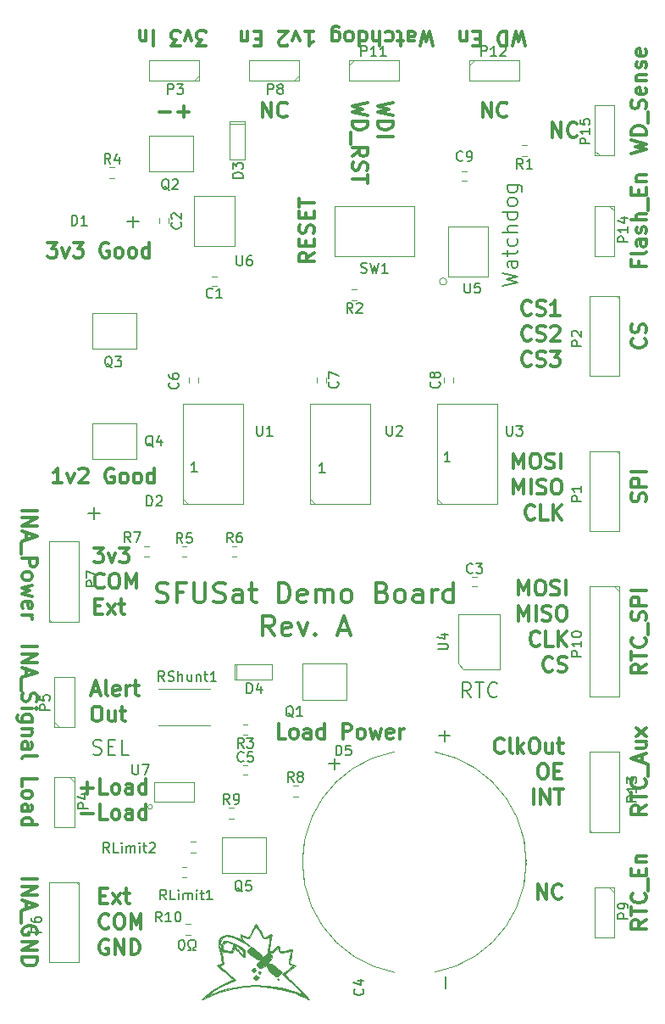
<source format=gbr>
G04 #@! TF.FileFunction,Legend,Top*
%FSLAX46Y46*%
G04 Gerber Fmt 4.6, Leading zero omitted, Abs format (unit mm)*
G04 Created by KiCad (PCBNEW 4.0.4-stable) date Thursday, May 25, 2017 'PMt' 12:49:11 PM*
%MOMM*%
%LPD*%
G01*
G04 APERTURE LIST*
%ADD10C,0.100000*%
%ADD11C,0.200000*%
%ADD12C,0.300000*%
%ADD13C,0.120000*%
%ADD14C,0.050000*%
%ADD15C,0.010000*%
%ADD16C,0.150000*%
G04 APERTURE END LIST*
D10*
D11*
X213885714Y-129207143D02*
X214100000Y-129278571D01*
X214457143Y-129278571D01*
X214600000Y-129207143D01*
X214671429Y-129135714D01*
X214742857Y-128992857D01*
X214742857Y-128850000D01*
X214671429Y-128707143D01*
X214600000Y-128635714D01*
X214457143Y-128564286D01*
X214171429Y-128492857D01*
X214028571Y-128421429D01*
X213957143Y-128350000D01*
X213885714Y-128207143D01*
X213885714Y-128064286D01*
X213957143Y-127921429D01*
X214028571Y-127850000D01*
X214171429Y-127778571D01*
X214528571Y-127778571D01*
X214742857Y-127850000D01*
X215385714Y-128492857D02*
X215885714Y-128492857D01*
X216100000Y-129278571D02*
X215385714Y-129278571D01*
X215385714Y-127778571D01*
X216100000Y-127778571D01*
X217457143Y-129278571D02*
X216742857Y-129278571D01*
X216742857Y-127778571D01*
X254778571Y-82507143D02*
X256278571Y-82150000D01*
X255207143Y-81864286D01*
X256278571Y-81578572D01*
X254778571Y-81221429D01*
X256278571Y-80007143D02*
X255492857Y-80007143D01*
X255350000Y-80078572D01*
X255278571Y-80221429D01*
X255278571Y-80507143D01*
X255350000Y-80650000D01*
X256207143Y-80007143D02*
X256278571Y-80150000D01*
X256278571Y-80507143D01*
X256207143Y-80650000D01*
X256064286Y-80721429D01*
X255921429Y-80721429D01*
X255778571Y-80650000D01*
X255707143Y-80507143D01*
X255707143Y-80150000D01*
X255635714Y-80007143D01*
X255278571Y-79507143D02*
X255278571Y-78935714D01*
X254778571Y-79292857D02*
X256064286Y-79292857D01*
X256207143Y-79221429D01*
X256278571Y-79078571D01*
X256278571Y-78935714D01*
X256207143Y-77792857D02*
X256278571Y-77935714D01*
X256278571Y-78221428D01*
X256207143Y-78364286D01*
X256135714Y-78435714D01*
X255992857Y-78507143D01*
X255564286Y-78507143D01*
X255421429Y-78435714D01*
X255350000Y-78364286D01*
X255278571Y-78221428D01*
X255278571Y-77935714D01*
X255350000Y-77792857D01*
X256278571Y-77150000D02*
X254778571Y-77150000D01*
X256278571Y-76507143D02*
X255492857Y-76507143D01*
X255350000Y-76578572D01*
X255278571Y-76721429D01*
X255278571Y-76935714D01*
X255350000Y-77078572D01*
X255421429Y-77150000D01*
X256278571Y-75150000D02*
X254778571Y-75150000D01*
X256207143Y-75150000D02*
X256278571Y-75292857D01*
X256278571Y-75578571D01*
X256207143Y-75721429D01*
X256135714Y-75792857D01*
X255992857Y-75864286D01*
X255564286Y-75864286D01*
X255421429Y-75792857D01*
X255350000Y-75721429D01*
X255278571Y-75578571D01*
X255278571Y-75292857D01*
X255350000Y-75150000D01*
X256278571Y-74221428D02*
X256207143Y-74364286D01*
X256135714Y-74435714D01*
X255992857Y-74507143D01*
X255564286Y-74507143D01*
X255421429Y-74435714D01*
X255350000Y-74364286D01*
X255278571Y-74221428D01*
X255278571Y-74007143D01*
X255350000Y-73864286D01*
X255421429Y-73792857D01*
X255564286Y-73721428D01*
X255992857Y-73721428D01*
X256135714Y-73792857D01*
X256207143Y-73864286D01*
X256278571Y-74007143D01*
X256278571Y-74221428D01*
X255278571Y-72435714D02*
X256492857Y-72435714D01*
X256635714Y-72507143D01*
X256707143Y-72578571D01*
X256778571Y-72721428D01*
X256778571Y-72935714D01*
X256707143Y-73078571D01*
X256207143Y-72435714D02*
X256278571Y-72578571D01*
X256278571Y-72864285D01*
X256207143Y-73007143D01*
X256135714Y-73078571D01*
X255992857Y-73150000D01*
X255564286Y-73150000D01*
X255421429Y-73078571D01*
X255350000Y-73007143D01*
X255278571Y-72864285D01*
X255278571Y-72578571D01*
X255350000Y-72435714D01*
X251642858Y-123578571D02*
X251142858Y-122864286D01*
X250785715Y-123578571D02*
X250785715Y-122078571D01*
X251357143Y-122078571D01*
X251500001Y-122150000D01*
X251571429Y-122221429D01*
X251642858Y-122364286D01*
X251642858Y-122578571D01*
X251571429Y-122721429D01*
X251500001Y-122792857D01*
X251357143Y-122864286D01*
X250785715Y-122864286D01*
X252071429Y-122078571D02*
X252928572Y-122078571D01*
X252500001Y-123578571D02*
X252500001Y-122078571D01*
X254285715Y-123435714D02*
X254214286Y-123507143D01*
X254000000Y-123578571D01*
X253857143Y-123578571D01*
X253642858Y-123507143D01*
X253500000Y-123364286D01*
X253428572Y-123221429D01*
X253357143Y-122935714D01*
X253357143Y-122721429D01*
X253428572Y-122435714D01*
X253500000Y-122292857D01*
X253642858Y-122150000D01*
X253857143Y-122078571D01*
X254000000Y-122078571D01*
X254214286Y-122150000D01*
X254285715Y-122221429D01*
X249585715Y-100052381D02*
X249014286Y-100052381D01*
X249300000Y-100052381D02*
X249300000Y-99052381D01*
X249204762Y-99195238D01*
X249109524Y-99290476D01*
X249014286Y-99338095D01*
X237085715Y-101152381D02*
X236514286Y-101152381D01*
X236800000Y-101152381D02*
X236800000Y-100152381D01*
X236704762Y-100295238D01*
X236609524Y-100390476D01*
X236514286Y-100438095D01*
X224285715Y-101052381D02*
X223714286Y-101052381D01*
X224000000Y-101052381D02*
X224000000Y-100052381D01*
X223904762Y-100195238D01*
X223809524Y-100290476D01*
X223714286Y-100338095D01*
D12*
X235978571Y-79178571D02*
X235264286Y-79678571D01*
X235978571Y-80035714D02*
X234478571Y-80035714D01*
X234478571Y-79464286D01*
X234550000Y-79321428D01*
X234621429Y-79250000D01*
X234764286Y-79178571D01*
X234978571Y-79178571D01*
X235121429Y-79250000D01*
X235192857Y-79321428D01*
X235264286Y-79464286D01*
X235264286Y-80035714D01*
X235192857Y-78535714D02*
X235192857Y-78035714D01*
X235978571Y-77821428D02*
X235978571Y-78535714D01*
X234478571Y-78535714D01*
X234478571Y-77821428D01*
X235907143Y-77250000D02*
X235978571Y-77035714D01*
X235978571Y-76678571D01*
X235907143Y-76535714D01*
X235835714Y-76464285D01*
X235692857Y-76392857D01*
X235550000Y-76392857D01*
X235407143Y-76464285D01*
X235335714Y-76535714D01*
X235264286Y-76678571D01*
X235192857Y-76964285D01*
X235121429Y-77107143D01*
X235050000Y-77178571D01*
X234907143Y-77250000D01*
X234764286Y-77250000D01*
X234621429Y-77178571D01*
X234550000Y-77107143D01*
X234478571Y-76964285D01*
X234478571Y-76607143D01*
X234550000Y-76392857D01*
X235192857Y-75750000D02*
X235192857Y-75250000D01*
X235978571Y-75035714D02*
X235978571Y-75750000D01*
X234478571Y-75750000D01*
X234478571Y-75035714D01*
X234478571Y-74607143D02*
X234478571Y-73750000D01*
X235978571Y-74178571D02*
X234478571Y-74178571D01*
D11*
X214571428Y-105207143D02*
X213428571Y-105207143D01*
X214000000Y-105778571D02*
X214000000Y-104635714D01*
X238571428Y-130207143D02*
X237428571Y-130207143D01*
X238000000Y-130778571D02*
X238000000Y-129635714D01*
X218471428Y-76107143D02*
X217328571Y-76107143D01*
X217900000Y-76678571D02*
X217900000Y-75535714D01*
D12*
X233135715Y-127678571D02*
X232421429Y-127678571D01*
X232421429Y-126178571D01*
X233850001Y-127678571D02*
X233707143Y-127607143D01*
X233635715Y-127535714D01*
X233564286Y-127392857D01*
X233564286Y-126964286D01*
X233635715Y-126821429D01*
X233707143Y-126750000D01*
X233850001Y-126678571D01*
X234064286Y-126678571D01*
X234207143Y-126750000D01*
X234278572Y-126821429D01*
X234350001Y-126964286D01*
X234350001Y-127392857D01*
X234278572Y-127535714D01*
X234207143Y-127607143D01*
X234064286Y-127678571D01*
X233850001Y-127678571D01*
X235635715Y-127678571D02*
X235635715Y-126892857D01*
X235564286Y-126750000D01*
X235421429Y-126678571D01*
X235135715Y-126678571D01*
X234992858Y-126750000D01*
X235635715Y-127607143D02*
X235492858Y-127678571D01*
X235135715Y-127678571D01*
X234992858Y-127607143D01*
X234921429Y-127464286D01*
X234921429Y-127321429D01*
X234992858Y-127178571D01*
X235135715Y-127107143D01*
X235492858Y-127107143D01*
X235635715Y-127035714D01*
X236992858Y-127678571D02*
X236992858Y-126178571D01*
X236992858Y-127607143D02*
X236850001Y-127678571D01*
X236564287Y-127678571D01*
X236421429Y-127607143D01*
X236350001Y-127535714D01*
X236278572Y-127392857D01*
X236278572Y-126964286D01*
X236350001Y-126821429D01*
X236421429Y-126750000D01*
X236564287Y-126678571D01*
X236850001Y-126678571D01*
X236992858Y-126750000D01*
X238850001Y-127678571D02*
X238850001Y-126178571D01*
X239421429Y-126178571D01*
X239564287Y-126250000D01*
X239635715Y-126321429D01*
X239707144Y-126464286D01*
X239707144Y-126678571D01*
X239635715Y-126821429D01*
X239564287Y-126892857D01*
X239421429Y-126964286D01*
X238850001Y-126964286D01*
X240564287Y-127678571D02*
X240421429Y-127607143D01*
X240350001Y-127535714D01*
X240278572Y-127392857D01*
X240278572Y-126964286D01*
X240350001Y-126821429D01*
X240421429Y-126750000D01*
X240564287Y-126678571D01*
X240778572Y-126678571D01*
X240921429Y-126750000D01*
X240992858Y-126821429D01*
X241064287Y-126964286D01*
X241064287Y-127392857D01*
X240992858Y-127535714D01*
X240921429Y-127607143D01*
X240778572Y-127678571D01*
X240564287Y-127678571D01*
X241564287Y-126678571D02*
X241850001Y-127678571D01*
X242135715Y-126964286D01*
X242421430Y-127678571D01*
X242707144Y-126678571D01*
X243850001Y-127607143D02*
X243707144Y-127678571D01*
X243421430Y-127678571D01*
X243278573Y-127607143D01*
X243207144Y-127464286D01*
X243207144Y-126892857D01*
X243278573Y-126750000D01*
X243421430Y-126678571D01*
X243707144Y-126678571D01*
X243850001Y-126750000D01*
X243921430Y-126892857D01*
X243921430Y-127035714D01*
X243207144Y-127178571D01*
X244564287Y-127678571D02*
X244564287Y-126678571D01*
X244564287Y-126964286D02*
X244635715Y-126821429D01*
X244707144Y-126750000D01*
X244850001Y-126678571D01*
X244992858Y-126678571D01*
D11*
X222680952Y-147752381D02*
X222776191Y-147752381D01*
X222871429Y-147800000D01*
X222919048Y-147847619D01*
X222966667Y-147942857D01*
X223014286Y-148133333D01*
X223014286Y-148371429D01*
X222966667Y-148561905D01*
X222919048Y-148657143D01*
X222871429Y-148704762D01*
X222776191Y-148752381D01*
X222680952Y-148752381D01*
X222585714Y-148704762D01*
X222538095Y-148657143D01*
X222490476Y-148561905D01*
X222442857Y-148371429D01*
X222442857Y-148133333D01*
X222490476Y-147942857D01*
X222538095Y-147847619D01*
X222585714Y-147800000D01*
X222680952Y-147752381D01*
X223395238Y-148752381D02*
X223633333Y-148752381D01*
X223633333Y-148561905D01*
X223538095Y-148514286D01*
X223442857Y-148419048D01*
X223395238Y-148276190D01*
X223395238Y-148038095D01*
X223442857Y-147895238D01*
X223538095Y-147800000D01*
X223680952Y-147752381D01*
X223871429Y-147752381D01*
X224014286Y-147800000D01*
X224109524Y-147895238D01*
X224157143Y-148038095D01*
X224157143Y-148276190D01*
X224109524Y-148419048D01*
X224014286Y-148514286D01*
X223919048Y-148561905D01*
X223919048Y-148752381D01*
X224157143Y-148752381D01*
D12*
X210785715Y-102178571D02*
X209928572Y-102178571D01*
X210357144Y-102178571D02*
X210357144Y-100678571D01*
X210214287Y-100892857D01*
X210071429Y-101035714D01*
X209928572Y-101107143D01*
X211285715Y-101178571D02*
X211642858Y-102178571D01*
X212000000Y-101178571D01*
X212500000Y-100821429D02*
X212571429Y-100750000D01*
X212714286Y-100678571D01*
X213071429Y-100678571D01*
X213214286Y-100750000D01*
X213285715Y-100821429D01*
X213357143Y-100964286D01*
X213357143Y-101107143D01*
X213285715Y-101321429D01*
X212428572Y-102178571D01*
X213357143Y-102178571D01*
X215928571Y-100750000D02*
X215785714Y-100678571D01*
X215571428Y-100678571D01*
X215357143Y-100750000D01*
X215214285Y-100892857D01*
X215142857Y-101035714D01*
X215071428Y-101321429D01*
X215071428Y-101535714D01*
X215142857Y-101821429D01*
X215214285Y-101964286D01*
X215357143Y-102107143D01*
X215571428Y-102178571D01*
X215714285Y-102178571D01*
X215928571Y-102107143D01*
X216000000Y-102035714D01*
X216000000Y-101535714D01*
X215714285Y-101535714D01*
X216857143Y-102178571D02*
X216714285Y-102107143D01*
X216642857Y-102035714D01*
X216571428Y-101892857D01*
X216571428Y-101464286D01*
X216642857Y-101321429D01*
X216714285Y-101250000D01*
X216857143Y-101178571D01*
X217071428Y-101178571D01*
X217214285Y-101250000D01*
X217285714Y-101321429D01*
X217357143Y-101464286D01*
X217357143Y-101892857D01*
X217285714Y-102035714D01*
X217214285Y-102107143D01*
X217071428Y-102178571D01*
X216857143Y-102178571D01*
X218214286Y-102178571D02*
X218071428Y-102107143D01*
X218000000Y-102035714D01*
X217928571Y-101892857D01*
X217928571Y-101464286D01*
X218000000Y-101321429D01*
X218071428Y-101250000D01*
X218214286Y-101178571D01*
X218428571Y-101178571D01*
X218571428Y-101250000D01*
X218642857Y-101321429D01*
X218714286Y-101464286D01*
X218714286Y-101892857D01*
X218642857Y-102035714D01*
X218571428Y-102107143D01*
X218428571Y-102178571D01*
X218214286Y-102178571D01*
X220000000Y-102178571D02*
X220000000Y-100678571D01*
X220000000Y-102107143D02*
X219857143Y-102178571D01*
X219571429Y-102178571D01*
X219428571Y-102107143D01*
X219357143Y-102035714D01*
X219285714Y-101892857D01*
X219285714Y-101464286D01*
X219357143Y-101321429D01*
X219428571Y-101250000D01*
X219571429Y-101178571D01*
X219857143Y-101178571D01*
X220000000Y-101250000D01*
X209357144Y-78178571D02*
X210285715Y-78178571D01*
X209785715Y-78750000D01*
X210000001Y-78750000D01*
X210142858Y-78821429D01*
X210214287Y-78892857D01*
X210285715Y-79035714D01*
X210285715Y-79392857D01*
X210214287Y-79535714D01*
X210142858Y-79607143D01*
X210000001Y-79678571D01*
X209571429Y-79678571D01*
X209428572Y-79607143D01*
X209357144Y-79535714D01*
X210785715Y-78678571D02*
X211142858Y-79678571D01*
X211500000Y-78678571D01*
X211928572Y-78178571D02*
X212857143Y-78178571D01*
X212357143Y-78750000D01*
X212571429Y-78750000D01*
X212714286Y-78821429D01*
X212785715Y-78892857D01*
X212857143Y-79035714D01*
X212857143Y-79392857D01*
X212785715Y-79535714D01*
X212714286Y-79607143D01*
X212571429Y-79678571D01*
X212142857Y-79678571D01*
X212000000Y-79607143D01*
X211928572Y-79535714D01*
X215428571Y-78250000D02*
X215285714Y-78178571D01*
X215071428Y-78178571D01*
X214857143Y-78250000D01*
X214714285Y-78392857D01*
X214642857Y-78535714D01*
X214571428Y-78821429D01*
X214571428Y-79035714D01*
X214642857Y-79321429D01*
X214714285Y-79464286D01*
X214857143Y-79607143D01*
X215071428Y-79678571D01*
X215214285Y-79678571D01*
X215428571Y-79607143D01*
X215500000Y-79535714D01*
X215500000Y-79035714D01*
X215214285Y-79035714D01*
X216357143Y-79678571D02*
X216214285Y-79607143D01*
X216142857Y-79535714D01*
X216071428Y-79392857D01*
X216071428Y-78964286D01*
X216142857Y-78821429D01*
X216214285Y-78750000D01*
X216357143Y-78678571D01*
X216571428Y-78678571D01*
X216714285Y-78750000D01*
X216785714Y-78821429D01*
X216857143Y-78964286D01*
X216857143Y-79392857D01*
X216785714Y-79535714D01*
X216714285Y-79607143D01*
X216571428Y-79678571D01*
X216357143Y-79678571D01*
X217714286Y-79678571D02*
X217571428Y-79607143D01*
X217500000Y-79535714D01*
X217428571Y-79392857D01*
X217428571Y-78964286D01*
X217500000Y-78821429D01*
X217571428Y-78750000D01*
X217714286Y-78678571D01*
X217928571Y-78678571D01*
X218071428Y-78750000D01*
X218142857Y-78821429D01*
X218214286Y-78964286D01*
X218214286Y-79392857D01*
X218142857Y-79535714D01*
X218071428Y-79607143D01*
X217928571Y-79678571D01*
X217714286Y-79678571D01*
X219500000Y-79678571D02*
X219500000Y-78178571D01*
X219500000Y-79607143D02*
X219357143Y-79678571D01*
X219071429Y-79678571D01*
X218928571Y-79607143D01*
X218857143Y-79535714D01*
X218785714Y-79392857D01*
X218785714Y-78964286D01*
X218857143Y-78821429D01*
X218928571Y-78750000D01*
X219071429Y-78678571D01*
X219357143Y-78678571D01*
X219500000Y-78750000D01*
X258321429Y-143678571D02*
X258321429Y-142178571D01*
X259178572Y-143678571D01*
X259178572Y-142178571D01*
X260750001Y-143535714D02*
X260678572Y-143607143D01*
X260464286Y-143678571D01*
X260321429Y-143678571D01*
X260107144Y-143607143D01*
X259964286Y-143464286D01*
X259892858Y-143321429D01*
X259821429Y-143035714D01*
X259821429Y-142821429D01*
X259892858Y-142535714D01*
X259964286Y-142392857D01*
X260107144Y-142250000D01*
X260321429Y-142178571D01*
X260464286Y-142178571D01*
X260678572Y-142250000D01*
X260750001Y-142321429D01*
X269178571Y-145785714D02*
X268464286Y-146285714D01*
X269178571Y-146642857D02*
X267678571Y-146642857D01*
X267678571Y-146071429D01*
X267750000Y-145928571D01*
X267821429Y-145857143D01*
X267964286Y-145785714D01*
X268178571Y-145785714D01*
X268321429Y-145857143D01*
X268392857Y-145928571D01*
X268464286Y-146071429D01*
X268464286Y-146642857D01*
X267678571Y-145357143D02*
X267678571Y-144500000D01*
X269178571Y-144928571D02*
X267678571Y-144928571D01*
X269035714Y-143142857D02*
X269107143Y-143214286D01*
X269178571Y-143428572D01*
X269178571Y-143571429D01*
X269107143Y-143785714D01*
X268964286Y-143928572D01*
X268821429Y-144000000D01*
X268535714Y-144071429D01*
X268321429Y-144071429D01*
X268035714Y-144000000D01*
X267892857Y-143928572D01*
X267750000Y-143785714D01*
X267678571Y-143571429D01*
X267678571Y-143428572D01*
X267750000Y-143214286D01*
X267821429Y-143142857D01*
X269321429Y-142857143D02*
X269321429Y-141714286D01*
X268392857Y-141357143D02*
X268392857Y-140857143D01*
X269178571Y-140642857D02*
X269178571Y-141357143D01*
X267678571Y-141357143D01*
X267678571Y-140642857D01*
X268178571Y-140000000D02*
X269178571Y-140000000D01*
X268321429Y-140000000D02*
X268250000Y-139928572D01*
X268178571Y-139785714D01*
X268178571Y-139571429D01*
X268250000Y-139428572D01*
X268392857Y-139357143D01*
X269178571Y-139357143D01*
X254928571Y-128985714D02*
X254857142Y-129057143D01*
X254642856Y-129128571D01*
X254499999Y-129128571D01*
X254285714Y-129057143D01*
X254142856Y-128914286D01*
X254071428Y-128771429D01*
X253999999Y-128485714D01*
X253999999Y-128271429D01*
X254071428Y-127985714D01*
X254142856Y-127842857D01*
X254285714Y-127700000D01*
X254499999Y-127628571D01*
X254642856Y-127628571D01*
X254857142Y-127700000D01*
X254928571Y-127771429D01*
X255785714Y-129128571D02*
X255642856Y-129057143D01*
X255571428Y-128914286D01*
X255571428Y-127628571D01*
X256357142Y-129128571D02*
X256357142Y-127628571D01*
X256499999Y-128557143D02*
X256928570Y-129128571D01*
X256928570Y-128128571D02*
X256357142Y-128700000D01*
X257857142Y-127628571D02*
X258142856Y-127628571D01*
X258285714Y-127700000D01*
X258428571Y-127842857D01*
X258499999Y-128128571D01*
X258499999Y-128628571D01*
X258428571Y-128914286D01*
X258285714Y-129057143D01*
X258142856Y-129128571D01*
X257857142Y-129128571D01*
X257714285Y-129057143D01*
X257571428Y-128914286D01*
X257499999Y-128628571D01*
X257499999Y-128128571D01*
X257571428Y-127842857D01*
X257714285Y-127700000D01*
X257857142Y-127628571D01*
X259785714Y-128128571D02*
X259785714Y-129128571D01*
X259142857Y-128128571D02*
X259142857Y-128914286D01*
X259214285Y-129057143D01*
X259357143Y-129128571D01*
X259571428Y-129128571D01*
X259714285Y-129057143D01*
X259785714Y-128985714D01*
X260285714Y-128128571D02*
X260857143Y-128128571D01*
X260500000Y-127628571D02*
X260500000Y-128914286D01*
X260571428Y-129057143D01*
X260714286Y-129128571D01*
X260857143Y-129128571D01*
X258714285Y-130178571D02*
X258999999Y-130178571D01*
X259142857Y-130250000D01*
X259285714Y-130392857D01*
X259357142Y-130678571D01*
X259357142Y-131178571D01*
X259285714Y-131464286D01*
X259142857Y-131607143D01*
X258999999Y-131678571D01*
X258714285Y-131678571D01*
X258571428Y-131607143D01*
X258428571Y-131464286D01*
X258357142Y-131178571D01*
X258357142Y-130678571D01*
X258428571Y-130392857D01*
X258571428Y-130250000D01*
X258714285Y-130178571D01*
X260000000Y-130892857D02*
X260500000Y-130892857D01*
X260714286Y-131678571D02*
X260000000Y-131678571D01*
X260000000Y-130178571D01*
X260714286Y-130178571D01*
X257928571Y-134228571D02*
X257928571Y-132728571D01*
X258642857Y-134228571D02*
X258642857Y-132728571D01*
X259500000Y-134228571D01*
X259500000Y-132728571D01*
X260000000Y-132728571D02*
X260857143Y-132728571D01*
X260428572Y-134228571D02*
X260428572Y-132728571D01*
X269178571Y-134357142D02*
X268464286Y-134857142D01*
X269178571Y-135214285D02*
X267678571Y-135214285D01*
X267678571Y-134642857D01*
X267750000Y-134499999D01*
X267821429Y-134428571D01*
X267964286Y-134357142D01*
X268178571Y-134357142D01*
X268321429Y-134428571D01*
X268392857Y-134499999D01*
X268464286Y-134642857D01*
X268464286Y-135214285D01*
X267678571Y-133928571D02*
X267678571Y-133071428D01*
X269178571Y-133499999D02*
X267678571Y-133499999D01*
X269035714Y-131714285D02*
X269107143Y-131785714D01*
X269178571Y-132000000D01*
X269178571Y-132142857D01*
X269107143Y-132357142D01*
X268964286Y-132500000D01*
X268821429Y-132571428D01*
X268535714Y-132642857D01*
X268321429Y-132642857D01*
X268035714Y-132571428D01*
X267892857Y-132500000D01*
X267750000Y-132357142D01*
X267678571Y-132142857D01*
X267678571Y-132000000D01*
X267750000Y-131785714D01*
X267821429Y-131714285D01*
X269321429Y-131428571D02*
X269321429Y-130285714D01*
X268750000Y-130000000D02*
X268750000Y-129285714D01*
X269178571Y-130142857D02*
X267678571Y-129642857D01*
X269178571Y-129142857D01*
X268178571Y-128000000D02*
X269178571Y-128000000D01*
X268178571Y-128642857D02*
X268964286Y-128642857D01*
X269107143Y-128571429D01*
X269178571Y-128428571D01*
X269178571Y-128214286D01*
X269107143Y-128071429D01*
X269035714Y-128000000D01*
X269178571Y-127428571D02*
X268178571Y-126642857D01*
X268178571Y-127428571D02*
X269178571Y-126642857D01*
X256428571Y-113353571D02*
X256428571Y-111853571D01*
X256928571Y-112925000D01*
X257428571Y-111853571D01*
X257428571Y-113353571D01*
X258428571Y-111853571D02*
X258714285Y-111853571D01*
X258857143Y-111925000D01*
X259000000Y-112067857D01*
X259071428Y-112353571D01*
X259071428Y-112853571D01*
X259000000Y-113139286D01*
X258857143Y-113282143D01*
X258714285Y-113353571D01*
X258428571Y-113353571D01*
X258285714Y-113282143D01*
X258142857Y-113139286D01*
X258071428Y-112853571D01*
X258071428Y-112353571D01*
X258142857Y-112067857D01*
X258285714Y-111925000D01*
X258428571Y-111853571D01*
X259642857Y-113282143D02*
X259857143Y-113353571D01*
X260214286Y-113353571D01*
X260357143Y-113282143D01*
X260428572Y-113210714D01*
X260500000Y-113067857D01*
X260500000Y-112925000D01*
X260428572Y-112782143D01*
X260357143Y-112710714D01*
X260214286Y-112639286D01*
X259928572Y-112567857D01*
X259785714Y-112496429D01*
X259714286Y-112425000D01*
X259642857Y-112282143D01*
X259642857Y-112139286D01*
X259714286Y-111996429D01*
X259785714Y-111925000D01*
X259928572Y-111853571D01*
X260285714Y-111853571D01*
X260500000Y-111925000D01*
X261142857Y-113353571D02*
X261142857Y-111853571D01*
X256428571Y-115903571D02*
X256428571Y-114403571D01*
X256928571Y-115475000D01*
X257428571Y-114403571D01*
X257428571Y-115903571D01*
X258142857Y-115903571D02*
X258142857Y-114403571D01*
X258785714Y-115832143D02*
X259000000Y-115903571D01*
X259357143Y-115903571D01*
X259500000Y-115832143D01*
X259571429Y-115760714D01*
X259642857Y-115617857D01*
X259642857Y-115475000D01*
X259571429Y-115332143D01*
X259500000Y-115260714D01*
X259357143Y-115189286D01*
X259071429Y-115117857D01*
X258928571Y-115046429D01*
X258857143Y-114975000D01*
X258785714Y-114832143D01*
X258785714Y-114689286D01*
X258857143Y-114546429D01*
X258928571Y-114475000D01*
X259071429Y-114403571D01*
X259428571Y-114403571D01*
X259642857Y-114475000D01*
X260571428Y-114403571D02*
X260857142Y-114403571D01*
X261000000Y-114475000D01*
X261142857Y-114617857D01*
X261214285Y-114903571D01*
X261214285Y-115403571D01*
X261142857Y-115689286D01*
X261000000Y-115832143D01*
X260857142Y-115903571D01*
X260571428Y-115903571D01*
X260428571Y-115832143D01*
X260285714Y-115689286D01*
X260214285Y-115403571D01*
X260214285Y-114903571D01*
X260285714Y-114617857D01*
X260428571Y-114475000D01*
X260571428Y-114403571D01*
X258500000Y-118310714D02*
X258428571Y-118382143D01*
X258214285Y-118453571D01*
X258071428Y-118453571D01*
X257857143Y-118382143D01*
X257714285Y-118239286D01*
X257642857Y-118096429D01*
X257571428Y-117810714D01*
X257571428Y-117596429D01*
X257642857Y-117310714D01*
X257714285Y-117167857D01*
X257857143Y-117025000D01*
X258071428Y-116953571D01*
X258214285Y-116953571D01*
X258428571Y-117025000D01*
X258500000Y-117096429D01*
X259857143Y-118453571D02*
X259142857Y-118453571D01*
X259142857Y-116953571D01*
X260357143Y-118453571D02*
X260357143Y-116953571D01*
X261214286Y-118453571D02*
X260571429Y-117596429D01*
X261214286Y-116953571D02*
X260357143Y-117810714D01*
X259785715Y-120860714D02*
X259714286Y-120932143D01*
X259500000Y-121003571D01*
X259357143Y-121003571D01*
X259142858Y-120932143D01*
X259000000Y-120789286D01*
X258928572Y-120646429D01*
X258857143Y-120360714D01*
X258857143Y-120146429D01*
X258928572Y-119860714D01*
X259000000Y-119717857D01*
X259142858Y-119575000D01*
X259357143Y-119503571D01*
X259500000Y-119503571D01*
X259714286Y-119575000D01*
X259785715Y-119646429D01*
X260357143Y-120932143D02*
X260571429Y-121003571D01*
X260928572Y-121003571D01*
X261071429Y-120932143D01*
X261142858Y-120860714D01*
X261214286Y-120717857D01*
X261214286Y-120575000D01*
X261142858Y-120432143D01*
X261071429Y-120360714D01*
X260928572Y-120289286D01*
X260642858Y-120217857D01*
X260500000Y-120146429D01*
X260428572Y-120075000D01*
X260357143Y-119932143D01*
X260357143Y-119789286D01*
X260428572Y-119646429D01*
X260500000Y-119575000D01*
X260642858Y-119503571D01*
X261000000Y-119503571D01*
X261214286Y-119575000D01*
X269178571Y-120249999D02*
X268464286Y-120749999D01*
X269178571Y-121107142D02*
X267678571Y-121107142D01*
X267678571Y-120535714D01*
X267750000Y-120392856D01*
X267821429Y-120321428D01*
X267964286Y-120249999D01*
X268178571Y-120249999D01*
X268321429Y-120321428D01*
X268392857Y-120392856D01*
X268464286Y-120535714D01*
X268464286Y-121107142D01*
X267678571Y-119821428D02*
X267678571Y-118964285D01*
X269178571Y-119392856D02*
X267678571Y-119392856D01*
X269035714Y-117607142D02*
X269107143Y-117678571D01*
X269178571Y-117892857D01*
X269178571Y-118035714D01*
X269107143Y-118249999D01*
X268964286Y-118392857D01*
X268821429Y-118464285D01*
X268535714Y-118535714D01*
X268321429Y-118535714D01*
X268035714Y-118464285D01*
X267892857Y-118392857D01*
X267750000Y-118249999D01*
X267678571Y-118035714D01*
X267678571Y-117892857D01*
X267750000Y-117678571D01*
X267821429Y-117607142D01*
X269321429Y-117321428D02*
X269321429Y-116178571D01*
X269107143Y-115892857D02*
X269178571Y-115678571D01*
X269178571Y-115321428D01*
X269107143Y-115178571D01*
X269035714Y-115107142D01*
X268892857Y-115035714D01*
X268750000Y-115035714D01*
X268607143Y-115107142D01*
X268535714Y-115178571D01*
X268464286Y-115321428D01*
X268392857Y-115607142D01*
X268321429Y-115750000D01*
X268250000Y-115821428D01*
X268107143Y-115892857D01*
X267964286Y-115892857D01*
X267821429Y-115821428D01*
X267750000Y-115750000D01*
X267678571Y-115607142D01*
X267678571Y-115250000D01*
X267750000Y-115035714D01*
X269178571Y-114392857D02*
X267678571Y-114392857D01*
X267678571Y-113821429D01*
X267750000Y-113678571D01*
X267821429Y-113607143D01*
X267964286Y-113535714D01*
X268178571Y-113535714D01*
X268321429Y-113607143D01*
X268392857Y-113678571D01*
X268464286Y-113821429D01*
X268464286Y-114392857D01*
X269178571Y-112892857D02*
X267678571Y-112892857D01*
X269107143Y-104035714D02*
X269178571Y-103821428D01*
X269178571Y-103464285D01*
X269107143Y-103321428D01*
X269035714Y-103249999D01*
X268892857Y-103178571D01*
X268750000Y-103178571D01*
X268607143Y-103249999D01*
X268535714Y-103321428D01*
X268464286Y-103464285D01*
X268392857Y-103749999D01*
X268321429Y-103892857D01*
X268250000Y-103964285D01*
X268107143Y-104035714D01*
X267964286Y-104035714D01*
X267821429Y-103964285D01*
X267750000Y-103892857D01*
X267678571Y-103749999D01*
X267678571Y-103392857D01*
X267750000Y-103178571D01*
X269178571Y-102535714D02*
X267678571Y-102535714D01*
X267678571Y-101964286D01*
X267750000Y-101821428D01*
X267821429Y-101750000D01*
X267964286Y-101678571D01*
X268178571Y-101678571D01*
X268321429Y-101750000D01*
X268392857Y-101821428D01*
X268464286Y-101964286D01*
X268464286Y-102535714D01*
X269178571Y-101035714D02*
X267678571Y-101035714D01*
X269035714Y-87749999D02*
X269107143Y-87821428D01*
X269178571Y-88035714D01*
X269178571Y-88178571D01*
X269107143Y-88392856D01*
X268964286Y-88535714D01*
X268821429Y-88607142D01*
X268535714Y-88678571D01*
X268321429Y-88678571D01*
X268035714Y-88607142D01*
X267892857Y-88535714D01*
X267750000Y-88392856D01*
X267678571Y-88178571D01*
X267678571Y-88035714D01*
X267750000Y-87821428D01*
X267821429Y-87749999D01*
X269107143Y-87178571D02*
X269178571Y-86964285D01*
X269178571Y-86607142D01*
X269107143Y-86464285D01*
X269035714Y-86392856D01*
X268892857Y-86321428D01*
X268750000Y-86321428D01*
X268607143Y-86392856D01*
X268535714Y-86464285D01*
X268464286Y-86607142D01*
X268392857Y-86892856D01*
X268321429Y-87035714D01*
X268250000Y-87107142D01*
X268107143Y-87178571D01*
X267964286Y-87178571D01*
X267821429Y-87107142D01*
X267750000Y-87035714D01*
X267678571Y-86892856D01*
X267678571Y-86535714D01*
X267750000Y-86321428D01*
X268392857Y-80071428D02*
X268392857Y-80571428D01*
X269178571Y-80571428D02*
X267678571Y-80571428D01*
X267678571Y-79857142D01*
X269178571Y-79071428D02*
X269107143Y-79214286D01*
X268964286Y-79285714D01*
X267678571Y-79285714D01*
X269178571Y-77857143D02*
X268392857Y-77857143D01*
X268250000Y-77928572D01*
X268178571Y-78071429D01*
X268178571Y-78357143D01*
X268250000Y-78500000D01*
X269107143Y-77857143D02*
X269178571Y-78000000D01*
X269178571Y-78357143D01*
X269107143Y-78500000D01*
X268964286Y-78571429D01*
X268821429Y-78571429D01*
X268678571Y-78500000D01*
X268607143Y-78357143D01*
X268607143Y-78000000D01*
X268535714Y-77857143D01*
X269107143Y-77214286D02*
X269178571Y-77071429D01*
X269178571Y-76785714D01*
X269107143Y-76642857D01*
X268964286Y-76571429D01*
X268892857Y-76571429D01*
X268750000Y-76642857D01*
X268678571Y-76785714D01*
X268678571Y-77000000D01*
X268607143Y-77142857D01*
X268464286Y-77214286D01*
X268392857Y-77214286D01*
X268250000Y-77142857D01*
X268178571Y-77000000D01*
X268178571Y-76785714D01*
X268250000Y-76642857D01*
X269178571Y-75928571D02*
X267678571Y-75928571D01*
X269178571Y-75285714D02*
X268392857Y-75285714D01*
X268250000Y-75357143D01*
X268178571Y-75500000D01*
X268178571Y-75714285D01*
X268250000Y-75857143D01*
X268321429Y-75928571D01*
X269321429Y-74928571D02*
X269321429Y-73785714D01*
X268392857Y-73428571D02*
X268392857Y-72928571D01*
X269178571Y-72714285D02*
X269178571Y-73428571D01*
X267678571Y-73428571D01*
X267678571Y-72714285D01*
X268178571Y-72071428D02*
X269178571Y-72071428D01*
X268321429Y-72071428D02*
X268250000Y-72000000D01*
X268178571Y-71857142D01*
X268178571Y-71642857D01*
X268250000Y-71500000D01*
X268392857Y-71428571D01*
X269178571Y-71428571D01*
X259821429Y-67678571D02*
X259821429Y-66178571D01*
X260678572Y-67678571D01*
X260678572Y-66178571D01*
X262250001Y-67535714D02*
X262178572Y-67607143D01*
X261964286Y-67678571D01*
X261821429Y-67678571D01*
X261607144Y-67607143D01*
X261464286Y-67464286D01*
X261392858Y-67321429D01*
X261321429Y-67035714D01*
X261321429Y-66821429D01*
X261392858Y-66535714D01*
X261464286Y-66392857D01*
X261607144Y-66250000D01*
X261821429Y-66178571D01*
X261964286Y-66178571D01*
X262178572Y-66250000D01*
X262250001Y-66321429D01*
X267678571Y-69249999D02*
X269178571Y-68892856D01*
X268107143Y-68607142D01*
X269178571Y-68321428D01*
X267678571Y-67964285D01*
X269178571Y-67392856D02*
X267678571Y-67392856D01*
X267678571Y-67035713D01*
X267750000Y-66821428D01*
X267892857Y-66678570D01*
X268035714Y-66607142D01*
X268321429Y-66535713D01*
X268535714Y-66535713D01*
X268821429Y-66607142D01*
X268964286Y-66678570D01*
X269107143Y-66821428D01*
X269178571Y-67035713D01*
X269178571Y-67392856D01*
X269321429Y-66249999D02*
X269321429Y-65107142D01*
X269107143Y-64821428D02*
X269178571Y-64607142D01*
X269178571Y-64249999D01*
X269107143Y-64107142D01*
X269035714Y-64035713D01*
X268892857Y-63964285D01*
X268750000Y-63964285D01*
X268607143Y-64035713D01*
X268535714Y-64107142D01*
X268464286Y-64249999D01*
X268392857Y-64535713D01*
X268321429Y-64678571D01*
X268250000Y-64749999D01*
X268107143Y-64821428D01*
X267964286Y-64821428D01*
X267821429Y-64749999D01*
X267750000Y-64678571D01*
X267678571Y-64535713D01*
X267678571Y-64178571D01*
X267750000Y-63964285D01*
X269107143Y-62750000D02*
X269178571Y-62892857D01*
X269178571Y-63178571D01*
X269107143Y-63321428D01*
X268964286Y-63392857D01*
X268392857Y-63392857D01*
X268250000Y-63321428D01*
X268178571Y-63178571D01*
X268178571Y-62892857D01*
X268250000Y-62750000D01*
X268392857Y-62678571D01*
X268535714Y-62678571D01*
X268678571Y-63392857D01*
X268178571Y-62035714D02*
X269178571Y-62035714D01*
X268321429Y-62035714D02*
X268250000Y-61964286D01*
X268178571Y-61821428D01*
X268178571Y-61607143D01*
X268250000Y-61464286D01*
X268392857Y-61392857D01*
X269178571Y-61392857D01*
X269107143Y-60750000D02*
X269178571Y-60607143D01*
X269178571Y-60321428D01*
X269107143Y-60178571D01*
X268964286Y-60107143D01*
X268892857Y-60107143D01*
X268750000Y-60178571D01*
X268678571Y-60321428D01*
X268678571Y-60535714D01*
X268607143Y-60678571D01*
X268464286Y-60750000D01*
X268392857Y-60750000D01*
X268250000Y-60678571D01*
X268178571Y-60535714D01*
X268178571Y-60321428D01*
X268250000Y-60178571D01*
X269107143Y-58892857D02*
X269178571Y-59035714D01*
X269178571Y-59321428D01*
X269107143Y-59464285D01*
X268964286Y-59535714D01*
X268392857Y-59535714D01*
X268250000Y-59464285D01*
X268178571Y-59321428D01*
X268178571Y-59035714D01*
X268250000Y-58892857D01*
X268392857Y-58821428D01*
X268535714Y-58821428D01*
X268678571Y-59535714D01*
X252821429Y-65678571D02*
X252821429Y-64178571D01*
X253678572Y-65678571D01*
X253678572Y-64178571D01*
X255250001Y-65535714D02*
X255178572Y-65607143D01*
X254964286Y-65678571D01*
X254821429Y-65678571D01*
X254607144Y-65607143D01*
X254464286Y-65464286D01*
X254392858Y-65321429D01*
X254321429Y-65035714D01*
X254321429Y-64821429D01*
X254392858Y-64535714D01*
X254464286Y-64392857D01*
X254607144Y-64250000D01*
X254821429Y-64178571D01*
X254964286Y-64178571D01*
X255178572Y-64250000D01*
X255250001Y-64321429D01*
X257071428Y-58571429D02*
X256714285Y-57071429D01*
X256428571Y-58142857D01*
X256142857Y-57071429D01*
X255785714Y-58571429D01*
X255214285Y-57071429D02*
X255214285Y-58571429D01*
X254857142Y-58571429D01*
X254642857Y-58500000D01*
X254499999Y-58357143D01*
X254428571Y-58214286D01*
X254357142Y-57928571D01*
X254357142Y-57714286D01*
X254428571Y-57428571D01*
X254499999Y-57285714D01*
X254642857Y-57142857D01*
X254857142Y-57071429D01*
X255214285Y-57071429D01*
X252571428Y-57857143D02*
X252071428Y-57857143D01*
X251857142Y-57071429D02*
X252571428Y-57071429D01*
X252571428Y-58571429D01*
X251857142Y-58571429D01*
X251214285Y-58071429D02*
X251214285Y-57071429D01*
X251214285Y-57928571D02*
X251142857Y-58000000D01*
X250999999Y-58071429D01*
X250785714Y-58071429D01*
X250642857Y-58000000D01*
X250571428Y-57857143D01*
X250571428Y-57071429D01*
X243846429Y-64214286D02*
X242346429Y-64571429D01*
X243417857Y-64857143D01*
X242346429Y-65142857D01*
X243846429Y-65500000D01*
X242346429Y-66071429D02*
X243846429Y-66071429D01*
X243846429Y-66428572D01*
X243775000Y-66642857D01*
X243632143Y-66785715D01*
X243489286Y-66857143D01*
X243203571Y-66928572D01*
X242989286Y-66928572D01*
X242703571Y-66857143D01*
X242560714Y-66785715D01*
X242417857Y-66642857D01*
X242346429Y-66428572D01*
X242346429Y-66071429D01*
X242346429Y-67571429D02*
X243846429Y-67571429D01*
X241296429Y-64214286D02*
X239796429Y-64571429D01*
X240867857Y-64857143D01*
X239796429Y-65142857D01*
X241296429Y-65500000D01*
X239796429Y-66071429D02*
X241296429Y-66071429D01*
X241296429Y-66428572D01*
X241225000Y-66642857D01*
X241082143Y-66785715D01*
X240939286Y-66857143D01*
X240653571Y-66928572D01*
X240439286Y-66928572D01*
X240153571Y-66857143D01*
X240010714Y-66785715D01*
X239867857Y-66642857D01*
X239796429Y-66428572D01*
X239796429Y-66071429D01*
X239653571Y-67214286D02*
X239653571Y-68357143D01*
X239796429Y-69571429D02*
X240510714Y-69071429D01*
X239796429Y-68714286D02*
X241296429Y-68714286D01*
X241296429Y-69285714D01*
X241225000Y-69428572D01*
X241153571Y-69500000D01*
X241010714Y-69571429D01*
X240796429Y-69571429D01*
X240653571Y-69500000D01*
X240582143Y-69428572D01*
X240510714Y-69285714D01*
X240510714Y-68714286D01*
X239867857Y-70142857D02*
X239796429Y-70357143D01*
X239796429Y-70714286D01*
X239867857Y-70857143D01*
X239939286Y-70928572D01*
X240082143Y-71000000D01*
X240225000Y-71000000D01*
X240367857Y-70928572D01*
X240439286Y-70857143D01*
X240510714Y-70714286D01*
X240582143Y-70428572D01*
X240653571Y-70285714D01*
X240725000Y-70214286D01*
X240867857Y-70142857D01*
X241010714Y-70142857D01*
X241153571Y-70214286D01*
X241225000Y-70285714D01*
X241296429Y-70428572D01*
X241296429Y-70785714D01*
X241225000Y-71000000D01*
X241296429Y-71428571D02*
X241296429Y-72285714D01*
X239796429Y-71857143D02*
X241296429Y-71857143D01*
X247857143Y-58571429D02*
X247500000Y-57071429D01*
X247214286Y-58142857D01*
X246928572Y-57071429D01*
X246571429Y-58571429D01*
X245357143Y-57071429D02*
X245357143Y-57857143D01*
X245428572Y-58000000D01*
X245571429Y-58071429D01*
X245857143Y-58071429D01*
X246000000Y-58000000D01*
X245357143Y-57142857D02*
X245500000Y-57071429D01*
X245857143Y-57071429D01*
X246000000Y-57142857D01*
X246071429Y-57285714D01*
X246071429Y-57428571D01*
X246000000Y-57571429D01*
X245857143Y-57642857D01*
X245500000Y-57642857D01*
X245357143Y-57714286D01*
X244857143Y-58071429D02*
X244285714Y-58071429D01*
X244642857Y-58571429D02*
X244642857Y-57285714D01*
X244571429Y-57142857D01*
X244428571Y-57071429D01*
X244285714Y-57071429D01*
X243142857Y-57142857D02*
X243285714Y-57071429D01*
X243571428Y-57071429D01*
X243714286Y-57142857D01*
X243785714Y-57214286D01*
X243857143Y-57357143D01*
X243857143Y-57785714D01*
X243785714Y-57928571D01*
X243714286Y-58000000D01*
X243571428Y-58071429D01*
X243285714Y-58071429D01*
X243142857Y-58000000D01*
X242500000Y-57071429D02*
X242500000Y-58571429D01*
X241857143Y-57071429D02*
X241857143Y-57857143D01*
X241928572Y-58000000D01*
X242071429Y-58071429D01*
X242285714Y-58071429D01*
X242428572Y-58000000D01*
X242500000Y-57928571D01*
X240500000Y-57071429D02*
X240500000Y-58571429D01*
X240500000Y-57142857D02*
X240642857Y-57071429D01*
X240928571Y-57071429D01*
X241071429Y-57142857D01*
X241142857Y-57214286D01*
X241214286Y-57357143D01*
X241214286Y-57785714D01*
X241142857Y-57928571D01*
X241071429Y-58000000D01*
X240928571Y-58071429D01*
X240642857Y-58071429D01*
X240500000Y-58000000D01*
X239571428Y-57071429D02*
X239714286Y-57142857D01*
X239785714Y-57214286D01*
X239857143Y-57357143D01*
X239857143Y-57785714D01*
X239785714Y-57928571D01*
X239714286Y-58000000D01*
X239571428Y-58071429D01*
X239357143Y-58071429D01*
X239214286Y-58000000D01*
X239142857Y-57928571D01*
X239071428Y-57785714D01*
X239071428Y-57357143D01*
X239142857Y-57214286D01*
X239214286Y-57142857D01*
X239357143Y-57071429D01*
X239571428Y-57071429D01*
X237785714Y-58071429D02*
X237785714Y-56857143D01*
X237857143Y-56714286D01*
X237928571Y-56642857D01*
X238071428Y-56571429D01*
X238285714Y-56571429D01*
X238428571Y-56642857D01*
X237785714Y-57142857D02*
X237928571Y-57071429D01*
X238214285Y-57071429D01*
X238357143Y-57142857D01*
X238428571Y-57214286D01*
X238500000Y-57357143D01*
X238500000Y-57785714D01*
X238428571Y-57928571D01*
X238357143Y-58000000D01*
X238214285Y-58071429D01*
X237928571Y-58071429D01*
X237785714Y-58000000D01*
X230821429Y-65678571D02*
X230821429Y-64178571D01*
X231678572Y-65678571D01*
X231678572Y-64178571D01*
X233250001Y-65535714D02*
X233178572Y-65607143D01*
X232964286Y-65678571D01*
X232821429Y-65678571D01*
X232607144Y-65607143D01*
X232464286Y-65464286D01*
X232392858Y-65321429D01*
X232321429Y-65035714D01*
X232321429Y-64821429D01*
X232392858Y-64535714D01*
X232464286Y-64392857D01*
X232607144Y-64250000D01*
X232821429Y-64178571D01*
X232964286Y-64178571D01*
X233178572Y-64250000D01*
X233250001Y-64321429D01*
X235035714Y-57071429D02*
X235892857Y-57071429D01*
X235464285Y-57071429D02*
X235464285Y-58571429D01*
X235607142Y-58357143D01*
X235750000Y-58214286D01*
X235892857Y-58142857D01*
X234535714Y-58071429D02*
X234178571Y-57071429D01*
X233821429Y-58071429D01*
X233321429Y-58428571D02*
X233250000Y-58500000D01*
X233107143Y-58571429D01*
X232750000Y-58571429D01*
X232607143Y-58500000D01*
X232535714Y-58428571D01*
X232464286Y-58285714D01*
X232464286Y-58142857D01*
X232535714Y-57928571D01*
X233392857Y-57071429D01*
X232464286Y-57071429D01*
X230678572Y-57857143D02*
X230178572Y-57857143D01*
X229964286Y-57071429D02*
X230678572Y-57071429D01*
X230678572Y-58571429D01*
X229964286Y-58571429D01*
X229321429Y-58071429D02*
X229321429Y-57071429D01*
X229321429Y-57928571D02*
X229250001Y-58000000D01*
X229107143Y-58071429D01*
X228892858Y-58071429D01*
X228750001Y-58000000D01*
X228678572Y-57857143D01*
X228678572Y-57071429D01*
X220500000Y-65107143D02*
X221642857Y-65107143D01*
X222357143Y-65107143D02*
X223500000Y-65107143D01*
X222928571Y-65678571D02*
X222928571Y-64535714D01*
X225192856Y-58521429D02*
X224264285Y-58521429D01*
X224764285Y-57950000D01*
X224549999Y-57950000D01*
X224407142Y-57878571D01*
X224335713Y-57807143D01*
X224264285Y-57664286D01*
X224264285Y-57307143D01*
X224335713Y-57164286D01*
X224407142Y-57092857D01*
X224549999Y-57021429D01*
X224978571Y-57021429D01*
X225121428Y-57092857D01*
X225192856Y-57164286D01*
X223764285Y-58021429D02*
X223407142Y-57021429D01*
X223050000Y-58021429D01*
X222621428Y-58521429D02*
X221692857Y-58521429D01*
X222192857Y-57950000D01*
X221978571Y-57950000D01*
X221835714Y-57878571D01*
X221764285Y-57807143D01*
X221692857Y-57664286D01*
X221692857Y-57307143D01*
X221764285Y-57164286D01*
X221835714Y-57092857D01*
X221978571Y-57021429D01*
X222407143Y-57021429D01*
X222550000Y-57092857D01*
X222621428Y-57164286D01*
X219907143Y-57021429D02*
X219907143Y-58521429D01*
X219192857Y-58021429D02*
X219192857Y-57021429D01*
X219192857Y-57878571D02*
X219121429Y-57950000D01*
X218978571Y-58021429D01*
X218764286Y-58021429D01*
X218621429Y-57950000D01*
X218550000Y-57807143D01*
X218550000Y-57021429D01*
X206821429Y-104928572D02*
X208321429Y-104928572D01*
X206821429Y-105642858D02*
X208321429Y-105642858D01*
X206821429Y-106500001D01*
X208321429Y-106500001D01*
X207250000Y-107142858D02*
X207250000Y-107857144D01*
X206821429Y-107000001D02*
X208321429Y-107500001D01*
X206821429Y-108000001D01*
X206678571Y-108142858D02*
X206678571Y-109285715D01*
X206821429Y-109642858D02*
X208321429Y-109642858D01*
X208321429Y-110214286D01*
X208250000Y-110357144D01*
X208178571Y-110428572D01*
X208035714Y-110500001D01*
X207821429Y-110500001D01*
X207678571Y-110428572D01*
X207607143Y-110357144D01*
X207535714Y-110214286D01*
X207535714Y-109642858D01*
X206821429Y-111357144D02*
X206892857Y-111214286D01*
X206964286Y-111142858D01*
X207107143Y-111071429D01*
X207535714Y-111071429D01*
X207678571Y-111142858D01*
X207750000Y-111214286D01*
X207821429Y-111357144D01*
X207821429Y-111571429D01*
X207750000Y-111714286D01*
X207678571Y-111785715D01*
X207535714Y-111857144D01*
X207107143Y-111857144D01*
X206964286Y-111785715D01*
X206892857Y-111714286D01*
X206821429Y-111571429D01*
X206821429Y-111357144D01*
X207821429Y-112357144D02*
X206821429Y-112642858D01*
X207535714Y-112928572D01*
X206821429Y-113214287D01*
X207821429Y-113500001D01*
X206892857Y-114642858D02*
X206821429Y-114500001D01*
X206821429Y-114214287D01*
X206892857Y-114071430D01*
X207035714Y-114000001D01*
X207607143Y-114000001D01*
X207750000Y-114071430D01*
X207821429Y-114214287D01*
X207821429Y-114500001D01*
X207750000Y-114642858D01*
X207607143Y-114714287D01*
X207464286Y-114714287D01*
X207321429Y-114000001D01*
X206821429Y-115357144D02*
X207821429Y-115357144D01*
X207535714Y-115357144D02*
X207678571Y-115428572D01*
X207750000Y-115500001D01*
X207821429Y-115642858D01*
X207821429Y-115785715D01*
X213964286Y-108628571D02*
X214892857Y-108628571D01*
X214392857Y-109200000D01*
X214607143Y-109200000D01*
X214750000Y-109271429D01*
X214821429Y-109342857D01*
X214892857Y-109485714D01*
X214892857Y-109842857D01*
X214821429Y-109985714D01*
X214750000Y-110057143D01*
X214607143Y-110128571D01*
X214178571Y-110128571D01*
X214035714Y-110057143D01*
X213964286Y-109985714D01*
X215392857Y-109128571D02*
X215750000Y-110128571D01*
X216107142Y-109128571D01*
X216535714Y-108628571D02*
X217464285Y-108628571D01*
X216964285Y-109200000D01*
X217178571Y-109200000D01*
X217321428Y-109271429D01*
X217392857Y-109342857D01*
X217464285Y-109485714D01*
X217464285Y-109842857D01*
X217392857Y-109985714D01*
X217321428Y-110057143D01*
X217178571Y-110128571D01*
X216749999Y-110128571D01*
X216607142Y-110057143D01*
X216535714Y-109985714D01*
X214964286Y-112535714D02*
X214892857Y-112607143D01*
X214678571Y-112678571D01*
X214535714Y-112678571D01*
X214321429Y-112607143D01*
X214178571Y-112464286D01*
X214107143Y-112321429D01*
X214035714Y-112035714D01*
X214035714Y-111821429D01*
X214107143Y-111535714D01*
X214178571Y-111392857D01*
X214321429Y-111250000D01*
X214535714Y-111178571D01*
X214678571Y-111178571D01*
X214892857Y-111250000D01*
X214964286Y-111321429D01*
X215892857Y-111178571D02*
X216178571Y-111178571D01*
X216321429Y-111250000D01*
X216464286Y-111392857D01*
X216535714Y-111678571D01*
X216535714Y-112178571D01*
X216464286Y-112464286D01*
X216321429Y-112607143D01*
X216178571Y-112678571D01*
X215892857Y-112678571D01*
X215750000Y-112607143D01*
X215607143Y-112464286D01*
X215535714Y-112178571D01*
X215535714Y-111678571D01*
X215607143Y-111392857D01*
X215750000Y-111250000D01*
X215892857Y-111178571D01*
X217178572Y-112678571D02*
X217178572Y-111178571D01*
X217678572Y-112250000D01*
X218178572Y-111178571D01*
X218178572Y-112678571D01*
X214107143Y-114442857D02*
X214607143Y-114442857D01*
X214821429Y-115228571D02*
X214107143Y-115228571D01*
X214107143Y-113728571D01*
X214821429Y-113728571D01*
X215321429Y-115228571D02*
X216107143Y-114228571D01*
X215321429Y-114228571D02*
X216107143Y-115228571D01*
X216464286Y-114228571D02*
X217035715Y-114228571D01*
X216678572Y-113728571D02*
X216678572Y-115014286D01*
X216750000Y-115157143D01*
X216892858Y-115228571D01*
X217035715Y-115228571D01*
X206821429Y-118500000D02*
X208321429Y-118500000D01*
X206821429Y-119214286D02*
X208321429Y-119214286D01*
X206821429Y-120071429D01*
X208321429Y-120071429D01*
X207250000Y-120714286D02*
X207250000Y-121428572D01*
X206821429Y-120571429D02*
X208321429Y-121071429D01*
X206821429Y-121571429D01*
X206678571Y-121714286D02*
X206678571Y-122857143D01*
X206892857Y-123142857D02*
X206821429Y-123357143D01*
X206821429Y-123714286D01*
X206892857Y-123857143D01*
X206964286Y-123928572D01*
X207107143Y-124000000D01*
X207250000Y-124000000D01*
X207392857Y-123928572D01*
X207464286Y-123857143D01*
X207535714Y-123714286D01*
X207607143Y-123428572D01*
X207678571Y-123285714D01*
X207750000Y-123214286D01*
X207892857Y-123142857D01*
X208035714Y-123142857D01*
X208178571Y-123214286D01*
X208250000Y-123285714D01*
X208321429Y-123428572D01*
X208321429Y-123785714D01*
X208250000Y-124000000D01*
X206821429Y-124642857D02*
X207821429Y-124642857D01*
X208321429Y-124642857D02*
X208250000Y-124571428D01*
X208178571Y-124642857D01*
X208250000Y-124714285D01*
X208321429Y-124642857D01*
X208178571Y-124642857D01*
X207821429Y-126000000D02*
X206607143Y-126000000D01*
X206464286Y-125928571D01*
X206392857Y-125857143D01*
X206321429Y-125714286D01*
X206321429Y-125500000D01*
X206392857Y-125357143D01*
X206892857Y-126000000D02*
X206821429Y-125857143D01*
X206821429Y-125571429D01*
X206892857Y-125428571D01*
X206964286Y-125357143D01*
X207107143Y-125285714D01*
X207535714Y-125285714D01*
X207678571Y-125357143D01*
X207750000Y-125428571D01*
X207821429Y-125571429D01*
X207821429Y-125857143D01*
X207750000Y-126000000D01*
X207821429Y-126714286D02*
X206821429Y-126714286D01*
X207678571Y-126714286D02*
X207750000Y-126785714D01*
X207821429Y-126928572D01*
X207821429Y-127142857D01*
X207750000Y-127285714D01*
X207607143Y-127357143D01*
X206821429Y-127357143D01*
X206821429Y-128714286D02*
X207607143Y-128714286D01*
X207750000Y-128642857D01*
X207821429Y-128500000D01*
X207821429Y-128214286D01*
X207750000Y-128071429D01*
X206892857Y-128714286D02*
X206821429Y-128571429D01*
X206821429Y-128214286D01*
X206892857Y-128071429D01*
X207035714Y-128000000D01*
X207178571Y-128000000D01*
X207321429Y-128071429D01*
X207392857Y-128214286D01*
X207392857Y-128571429D01*
X207464286Y-128714286D01*
X206821429Y-129642858D02*
X206892857Y-129500000D01*
X207035714Y-129428572D01*
X208321429Y-129428572D01*
X213785714Y-122975000D02*
X214500000Y-122975000D01*
X213642857Y-123403571D02*
X214142857Y-121903571D01*
X214642857Y-123403571D01*
X215357143Y-123403571D02*
X215214285Y-123332143D01*
X215142857Y-123189286D01*
X215142857Y-121903571D01*
X216499999Y-123332143D02*
X216357142Y-123403571D01*
X216071428Y-123403571D01*
X215928571Y-123332143D01*
X215857142Y-123189286D01*
X215857142Y-122617857D01*
X215928571Y-122475000D01*
X216071428Y-122403571D01*
X216357142Y-122403571D01*
X216499999Y-122475000D01*
X216571428Y-122617857D01*
X216571428Y-122760714D01*
X215857142Y-122903571D01*
X217214285Y-123403571D02*
X217214285Y-122403571D01*
X217214285Y-122689286D02*
X217285713Y-122546429D01*
X217357142Y-122475000D01*
X217499999Y-122403571D01*
X217642856Y-122403571D01*
X217928570Y-122403571D02*
X218499999Y-122403571D01*
X218142856Y-121903571D02*
X218142856Y-123189286D01*
X218214284Y-123332143D01*
X218357142Y-123403571D01*
X218499999Y-123403571D01*
X214142857Y-124453571D02*
X214428571Y-124453571D01*
X214571429Y-124525000D01*
X214714286Y-124667857D01*
X214785714Y-124953571D01*
X214785714Y-125453571D01*
X214714286Y-125739286D01*
X214571429Y-125882143D01*
X214428571Y-125953571D01*
X214142857Y-125953571D01*
X214000000Y-125882143D01*
X213857143Y-125739286D01*
X213785714Y-125453571D01*
X213785714Y-124953571D01*
X213857143Y-124667857D01*
X214000000Y-124525000D01*
X214142857Y-124453571D01*
X216071429Y-124953571D02*
X216071429Y-125953571D01*
X215428572Y-124953571D02*
X215428572Y-125739286D01*
X215500000Y-125882143D01*
X215642858Y-125953571D01*
X215857143Y-125953571D01*
X216000000Y-125882143D01*
X216071429Y-125810714D01*
X216571429Y-124953571D02*
X217142858Y-124953571D01*
X216785715Y-124453571D02*
X216785715Y-125739286D01*
X216857143Y-125882143D01*
X217000001Y-125953571D01*
X217142858Y-125953571D01*
X206821429Y-132428572D02*
X206821429Y-131714286D01*
X208321429Y-131714286D01*
X206821429Y-133142858D02*
X206892857Y-133000000D01*
X206964286Y-132928572D01*
X207107143Y-132857143D01*
X207535714Y-132857143D01*
X207678571Y-132928572D01*
X207750000Y-133000000D01*
X207821429Y-133142858D01*
X207821429Y-133357143D01*
X207750000Y-133500000D01*
X207678571Y-133571429D01*
X207535714Y-133642858D01*
X207107143Y-133642858D01*
X206964286Y-133571429D01*
X206892857Y-133500000D01*
X206821429Y-133357143D01*
X206821429Y-133142858D01*
X206821429Y-134928572D02*
X207607143Y-134928572D01*
X207750000Y-134857143D01*
X207821429Y-134714286D01*
X207821429Y-134428572D01*
X207750000Y-134285715D01*
X206892857Y-134928572D02*
X206821429Y-134785715D01*
X206821429Y-134428572D01*
X206892857Y-134285715D01*
X207035714Y-134214286D01*
X207178571Y-134214286D01*
X207321429Y-134285715D01*
X207392857Y-134428572D01*
X207392857Y-134785715D01*
X207464286Y-134928572D01*
X206821429Y-136285715D02*
X208321429Y-136285715D01*
X206892857Y-136285715D02*
X206821429Y-136142858D01*
X206821429Y-135857144D01*
X206892857Y-135714286D01*
X206964286Y-135642858D01*
X207107143Y-135571429D01*
X207535714Y-135571429D01*
X207678571Y-135642858D01*
X207750000Y-135714286D01*
X207821429Y-135857144D01*
X207821429Y-136142858D01*
X207750000Y-136285715D01*
X206821429Y-141714286D02*
X208321429Y-141714286D01*
X206821429Y-142428572D02*
X208321429Y-142428572D01*
X206821429Y-143285715D01*
X208321429Y-143285715D01*
X207250000Y-143928572D02*
X207250000Y-144642858D01*
X206821429Y-143785715D02*
X208321429Y-144285715D01*
X206821429Y-144785715D01*
X206678571Y-144928572D02*
X206678571Y-146071429D01*
X208250000Y-147214286D02*
X208321429Y-147071429D01*
X208321429Y-146857143D01*
X208250000Y-146642858D01*
X208107143Y-146500000D01*
X207964286Y-146428572D01*
X207678571Y-146357143D01*
X207464286Y-146357143D01*
X207178571Y-146428572D01*
X207035714Y-146500000D01*
X206892857Y-146642858D01*
X206821429Y-146857143D01*
X206821429Y-147000000D01*
X206892857Y-147214286D01*
X206964286Y-147285715D01*
X207464286Y-147285715D01*
X207464286Y-147000000D01*
X206821429Y-147928572D02*
X208321429Y-147928572D01*
X206821429Y-148785715D01*
X208321429Y-148785715D01*
X206821429Y-149500001D02*
X208321429Y-149500001D01*
X208321429Y-149857144D01*
X208250000Y-150071429D01*
X208107143Y-150214287D01*
X207964286Y-150285715D01*
X207678571Y-150357144D01*
X207464286Y-150357144D01*
X207178571Y-150285715D01*
X207035714Y-150214287D01*
X206892857Y-150071429D01*
X206821429Y-149857144D01*
X206821429Y-149500001D01*
X214607143Y-143342857D02*
X215107143Y-143342857D01*
X215321429Y-144128571D02*
X214607143Y-144128571D01*
X214607143Y-142628571D01*
X215321429Y-142628571D01*
X215821429Y-144128571D02*
X216607143Y-143128571D01*
X215821429Y-143128571D02*
X216607143Y-144128571D01*
X216964286Y-143128571D02*
X217535715Y-143128571D01*
X217178572Y-142628571D02*
X217178572Y-143914286D01*
X217250000Y-144057143D01*
X217392858Y-144128571D01*
X217535715Y-144128571D01*
X215464286Y-146535714D02*
X215392857Y-146607143D01*
X215178571Y-146678571D01*
X215035714Y-146678571D01*
X214821429Y-146607143D01*
X214678571Y-146464286D01*
X214607143Y-146321429D01*
X214535714Y-146035714D01*
X214535714Y-145821429D01*
X214607143Y-145535714D01*
X214678571Y-145392857D01*
X214821429Y-145250000D01*
X215035714Y-145178571D01*
X215178571Y-145178571D01*
X215392857Y-145250000D01*
X215464286Y-145321429D01*
X216392857Y-145178571D02*
X216678571Y-145178571D01*
X216821429Y-145250000D01*
X216964286Y-145392857D01*
X217035714Y-145678571D01*
X217035714Y-146178571D01*
X216964286Y-146464286D01*
X216821429Y-146607143D01*
X216678571Y-146678571D01*
X216392857Y-146678571D01*
X216250000Y-146607143D01*
X216107143Y-146464286D01*
X216035714Y-146178571D01*
X216035714Y-145678571D01*
X216107143Y-145392857D01*
X216250000Y-145250000D01*
X216392857Y-145178571D01*
X217678572Y-146678571D02*
X217678572Y-145178571D01*
X218178572Y-146250000D01*
X218678572Y-145178571D01*
X218678572Y-146678571D01*
X215392857Y-147800000D02*
X215250000Y-147728571D01*
X215035714Y-147728571D01*
X214821429Y-147800000D01*
X214678571Y-147942857D01*
X214607143Y-148085714D01*
X214535714Y-148371429D01*
X214535714Y-148585714D01*
X214607143Y-148871429D01*
X214678571Y-149014286D01*
X214821429Y-149157143D01*
X215035714Y-149228571D01*
X215178571Y-149228571D01*
X215392857Y-149157143D01*
X215464286Y-149085714D01*
X215464286Y-148585714D01*
X215178571Y-148585714D01*
X216107143Y-149228571D02*
X216107143Y-147728571D01*
X216964286Y-149228571D01*
X216964286Y-147728571D01*
X217678572Y-149228571D02*
X217678572Y-147728571D01*
X218035715Y-147728571D01*
X218250000Y-147800000D01*
X218392858Y-147942857D01*
X218464286Y-148085714D01*
X218535715Y-148371429D01*
X218535715Y-148585714D01*
X218464286Y-148871429D01*
X218392858Y-149014286D01*
X218250000Y-149157143D01*
X218035715Y-149228571D01*
X217678572Y-149228571D01*
X212757143Y-132632143D02*
X213900000Y-132632143D01*
X213328571Y-133203571D02*
X213328571Y-132060714D01*
X215328572Y-133203571D02*
X214614286Y-133203571D01*
X214614286Y-131703571D01*
X216042858Y-133203571D02*
X215900000Y-133132143D01*
X215828572Y-133060714D01*
X215757143Y-132917857D01*
X215757143Y-132489286D01*
X215828572Y-132346429D01*
X215900000Y-132275000D01*
X216042858Y-132203571D01*
X216257143Y-132203571D01*
X216400000Y-132275000D01*
X216471429Y-132346429D01*
X216542858Y-132489286D01*
X216542858Y-132917857D01*
X216471429Y-133060714D01*
X216400000Y-133132143D01*
X216257143Y-133203571D01*
X216042858Y-133203571D01*
X217828572Y-133203571D02*
X217828572Y-132417857D01*
X217757143Y-132275000D01*
X217614286Y-132203571D01*
X217328572Y-132203571D01*
X217185715Y-132275000D01*
X217828572Y-133132143D02*
X217685715Y-133203571D01*
X217328572Y-133203571D01*
X217185715Y-133132143D01*
X217114286Y-132989286D01*
X217114286Y-132846429D01*
X217185715Y-132703571D01*
X217328572Y-132632143D01*
X217685715Y-132632143D01*
X217828572Y-132560714D01*
X219185715Y-133203571D02*
X219185715Y-131703571D01*
X219185715Y-133132143D02*
X219042858Y-133203571D01*
X218757144Y-133203571D01*
X218614286Y-133132143D01*
X218542858Y-133060714D01*
X218471429Y-132917857D01*
X218471429Y-132489286D01*
X218542858Y-132346429D01*
X218614286Y-132275000D01*
X218757144Y-132203571D01*
X219042858Y-132203571D01*
X219185715Y-132275000D01*
X212757143Y-135182143D02*
X213900000Y-135182143D01*
X215328572Y-135753571D02*
X214614286Y-135753571D01*
X214614286Y-134253571D01*
X216042858Y-135753571D02*
X215900000Y-135682143D01*
X215828572Y-135610714D01*
X215757143Y-135467857D01*
X215757143Y-135039286D01*
X215828572Y-134896429D01*
X215900000Y-134825000D01*
X216042858Y-134753571D01*
X216257143Y-134753571D01*
X216400000Y-134825000D01*
X216471429Y-134896429D01*
X216542858Y-135039286D01*
X216542858Y-135467857D01*
X216471429Y-135610714D01*
X216400000Y-135682143D01*
X216257143Y-135753571D01*
X216042858Y-135753571D01*
X217828572Y-135753571D02*
X217828572Y-134967857D01*
X217757143Y-134825000D01*
X217614286Y-134753571D01*
X217328572Y-134753571D01*
X217185715Y-134825000D01*
X217828572Y-135682143D02*
X217685715Y-135753571D01*
X217328572Y-135753571D01*
X217185715Y-135682143D01*
X217114286Y-135539286D01*
X217114286Y-135396429D01*
X217185715Y-135253571D01*
X217328572Y-135182143D01*
X217685715Y-135182143D01*
X217828572Y-135110714D01*
X219185715Y-135753571D02*
X219185715Y-134253571D01*
X219185715Y-135682143D02*
X219042858Y-135753571D01*
X218757144Y-135753571D01*
X218614286Y-135682143D01*
X218542858Y-135610714D01*
X218471429Y-135467857D01*
X218471429Y-135039286D01*
X218542858Y-134896429D01*
X218614286Y-134825000D01*
X218757144Y-134753571D01*
X219042858Y-134753571D01*
X219185715Y-134825000D01*
X257657144Y-85285714D02*
X257585715Y-85357143D01*
X257371429Y-85428571D01*
X257228572Y-85428571D01*
X257014287Y-85357143D01*
X256871429Y-85214286D01*
X256800001Y-85071429D01*
X256728572Y-84785714D01*
X256728572Y-84571429D01*
X256800001Y-84285714D01*
X256871429Y-84142857D01*
X257014287Y-84000000D01*
X257228572Y-83928571D01*
X257371429Y-83928571D01*
X257585715Y-84000000D01*
X257657144Y-84071429D01*
X258228572Y-85357143D02*
X258442858Y-85428571D01*
X258800001Y-85428571D01*
X258942858Y-85357143D01*
X259014287Y-85285714D01*
X259085715Y-85142857D01*
X259085715Y-85000000D01*
X259014287Y-84857143D01*
X258942858Y-84785714D01*
X258800001Y-84714286D01*
X258514287Y-84642857D01*
X258371429Y-84571429D01*
X258300001Y-84500000D01*
X258228572Y-84357143D01*
X258228572Y-84214286D01*
X258300001Y-84071429D01*
X258371429Y-84000000D01*
X258514287Y-83928571D01*
X258871429Y-83928571D01*
X259085715Y-84000000D01*
X260514286Y-85428571D02*
X259657143Y-85428571D01*
X260085715Y-85428571D02*
X260085715Y-83928571D01*
X259942858Y-84142857D01*
X259800000Y-84285714D01*
X259657143Y-84357143D01*
X257657144Y-87835714D02*
X257585715Y-87907143D01*
X257371429Y-87978571D01*
X257228572Y-87978571D01*
X257014287Y-87907143D01*
X256871429Y-87764286D01*
X256800001Y-87621429D01*
X256728572Y-87335714D01*
X256728572Y-87121429D01*
X256800001Y-86835714D01*
X256871429Y-86692857D01*
X257014287Y-86550000D01*
X257228572Y-86478571D01*
X257371429Y-86478571D01*
X257585715Y-86550000D01*
X257657144Y-86621429D01*
X258228572Y-87907143D02*
X258442858Y-87978571D01*
X258800001Y-87978571D01*
X258942858Y-87907143D01*
X259014287Y-87835714D01*
X259085715Y-87692857D01*
X259085715Y-87550000D01*
X259014287Y-87407143D01*
X258942858Y-87335714D01*
X258800001Y-87264286D01*
X258514287Y-87192857D01*
X258371429Y-87121429D01*
X258300001Y-87050000D01*
X258228572Y-86907143D01*
X258228572Y-86764286D01*
X258300001Y-86621429D01*
X258371429Y-86550000D01*
X258514287Y-86478571D01*
X258871429Y-86478571D01*
X259085715Y-86550000D01*
X259657143Y-86621429D02*
X259728572Y-86550000D01*
X259871429Y-86478571D01*
X260228572Y-86478571D01*
X260371429Y-86550000D01*
X260442858Y-86621429D01*
X260514286Y-86764286D01*
X260514286Y-86907143D01*
X260442858Y-87121429D01*
X259585715Y-87978571D01*
X260514286Y-87978571D01*
X257657144Y-90385714D02*
X257585715Y-90457143D01*
X257371429Y-90528571D01*
X257228572Y-90528571D01*
X257014287Y-90457143D01*
X256871429Y-90314286D01*
X256800001Y-90171429D01*
X256728572Y-89885714D01*
X256728572Y-89671429D01*
X256800001Y-89385714D01*
X256871429Y-89242857D01*
X257014287Y-89100000D01*
X257228572Y-89028571D01*
X257371429Y-89028571D01*
X257585715Y-89100000D01*
X257657144Y-89171429D01*
X258228572Y-90457143D02*
X258442858Y-90528571D01*
X258800001Y-90528571D01*
X258942858Y-90457143D01*
X259014287Y-90385714D01*
X259085715Y-90242857D01*
X259085715Y-90100000D01*
X259014287Y-89957143D01*
X258942858Y-89885714D01*
X258800001Y-89814286D01*
X258514287Y-89742857D01*
X258371429Y-89671429D01*
X258300001Y-89600000D01*
X258228572Y-89457143D01*
X258228572Y-89314286D01*
X258300001Y-89171429D01*
X258371429Y-89100000D01*
X258514287Y-89028571D01*
X258871429Y-89028571D01*
X259085715Y-89100000D01*
X259585715Y-89028571D02*
X260514286Y-89028571D01*
X260014286Y-89600000D01*
X260228572Y-89600000D01*
X260371429Y-89671429D01*
X260442858Y-89742857D01*
X260514286Y-89885714D01*
X260514286Y-90242857D01*
X260442858Y-90385714D01*
X260371429Y-90457143D01*
X260228572Y-90528571D01*
X259800000Y-90528571D01*
X259657143Y-90457143D01*
X259585715Y-90385714D01*
X255928571Y-100728571D02*
X255928571Y-99228571D01*
X256428571Y-100300000D01*
X256928571Y-99228571D01*
X256928571Y-100728571D01*
X257928571Y-99228571D02*
X258214285Y-99228571D01*
X258357143Y-99300000D01*
X258500000Y-99442857D01*
X258571428Y-99728571D01*
X258571428Y-100228571D01*
X258500000Y-100514286D01*
X258357143Y-100657143D01*
X258214285Y-100728571D01*
X257928571Y-100728571D01*
X257785714Y-100657143D01*
X257642857Y-100514286D01*
X257571428Y-100228571D01*
X257571428Y-99728571D01*
X257642857Y-99442857D01*
X257785714Y-99300000D01*
X257928571Y-99228571D01*
X259142857Y-100657143D02*
X259357143Y-100728571D01*
X259714286Y-100728571D01*
X259857143Y-100657143D01*
X259928572Y-100585714D01*
X260000000Y-100442857D01*
X260000000Y-100300000D01*
X259928572Y-100157143D01*
X259857143Y-100085714D01*
X259714286Y-100014286D01*
X259428572Y-99942857D01*
X259285714Y-99871429D01*
X259214286Y-99800000D01*
X259142857Y-99657143D01*
X259142857Y-99514286D01*
X259214286Y-99371429D01*
X259285714Y-99300000D01*
X259428572Y-99228571D01*
X259785714Y-99228571D01*
X260000000Y-99300000D01*
X260642857Y-100728571D02*
X260642857Y-99228571D01*
X255928571Y-103278571D02*
X255928571Y-101778571D01*
X256428571Y-102850000D01*
X256928571Y-101778571D01*
X256928571Y-103278571D01*
X257642857Y-103278571D02*
X257642857Y-101778571D01*
X258285714Y-103207143D02*
X258500000Y-103278571D01*
X258857143Y-103278571D01*
X259000000Y-103207143D01*
X259071429Y-103135714D01*
X259142857Y-102992857D01*
X259142857Y-102850000D01*
X259071429Y-102707143D01*
X259000000Y-102635714D01*
X258857143Y-102564286D01*
X258571429Y-102492857D01*
X258428571Y-102421429D01*
X258357143Y-102350000D01*
X258285714Y-102207143D01*
X258285714Y-102064286D01*
X258357143Y-101921429D01*
X258428571Y-101850000D01*
X258571429Y-101778571D01*
X258928571Y-101778571D01*
X259142857Y-101850000D01*
X260071428Y-101778571D02*
X260357142Y-101778571D01*
X260500000Y-101850000D01*
X260642857Y-101992857D01*
X260714285Y-102278571D01*
X260714285Y-102778571D01*
X260642857Y-103064286D01*
X260500000Y-103207143D01*
X260357142Y-103278571D01*
X260071428Y-103278571D01*
X259928571Y-103207143D01*
X259785714Y-103064286D01*
X259714285Y-102778571D01*
X259714285Y-102278571D01*
X259785714Y-101992857D01*
X259928571Y-101850000D01*
X260071428Y-101778571D01*
X258000000Y-105685714D02*
X257928571Y-105757143D01*
X257714285Y-105828571D01*
X257571428Y-105828571D01*
X257357143Y-105757143D01*
X257214285Y-105614286D01*
X257142857Y-105471429D01*
X257071428Y-105185714D01*
X257071428Y-104971429D01*
X257142857Y-104685714D01*
X257214285Y-104542857D01*
X257357143Y-104400000D01*
X257571428Y-104328571D01*
X257714285Y-104328571D01*
X257928571Y-104400000D01*
X258000000Y-104471429D01*
X259357143Y-105828571D02*
X258642857Y-105828571D01*
X258642857Y-104328571D01*
X259857143Y-105828571D02*
X259857143Y-104328571D01*
X260714286Y-105828571D02*
X260071429Y-104971429D01*
X260714286Y-104328571D02*
X259857143Y-105185714D01*
X220242856Y-114009524D02*
X220528571Y-114104762D01*
X221004761Y-114104762D01*
X221195237Y-114009524D01*
X221290475Y-113914286D01*
X221385714Y-113723810D01*
X221385714Y-113533333D01*
X221290475Y-113342857D01*
X221195237Y-113247619D01*
X221004761Y-113152381D01*
X220623809Y-113057143D01*
X220433333Y-112961905D01*
X220338094Y-112866667D01*
X220242856Y-112676190D01*
X220242856Y-112485714D01*
X220338094Y-112295238D01*
X220433333Y-112200000D01*
X220623809Y-112104762D01*
X221099999Y-112104762D01*
X221385714Y-112200000D01*
X222909523Y-113057143D02*
X222242856Y-113057143D01*
X222242856Y-114104762D02*
X222242856Y-112104762D01*
X223195237Y-112104762D01*
X223957142Y-112104762D02*
X223957142Y-113723810D01*
X224052381Y-113914286D01*
X224147619Y-114009524D01*
X224338095Y-114104762D01*
X224719047Y-114104762D01*
X224909523Y-114009524D01*
X225004762Y-113914286D01*
X225100000Y-113723810D01*
X225100000Y-112104762D01*
X225957142Y-114009524D02*
X226242857Y-114104762D01*
X226719047Y-114104762D01*
X226909523Y-114009524D01*
X227004761Y-113914286D01*
X227100000Y-113723810D01*
X227100000Y-113533333D01*
X227004761Y-113342857D01*
X226909523Y-113247619D01*
X226719047Y-113152381D01*
X226338095Y-113057143D01*
X226147619Y-112961905D01*
X226052380Y-112866667D01*
X225957142Y-112676190D01*
X225957142Y-112485714D01*
X226052380Y-112295238D01*
X226147619Y-112200000D01*
X226338095Y-112104762D01*
X226814285Y-112104762D01*
X227100000Y-112200000D01*
X228814285Y-114104762D02*
X228814285Y-113057143D01*
X228719047Y-112866667D01*
X228528571Y-112771429D01*
X228147619Y-112771429D01*
X227957142Y-112866667D01*
X228814285Y-114009524D02*
X228623809Y-114104762D01*
X228147619Y-114104762D01*
X227957142Y-114009524D01*
X227861904Y-113819048D01*
X227861904Y-113628571D01*
X227957142Y-113438095D01*
X228147619Y-113342857D01*
X228623809Y-113342857D01*
X228814285Y-113247619D01*
X229480952Y-112771429D02*
X230242857Y-112771429D01*
X229766666Y-112104762D02*
X229766666Y-113819048D01*
X229861905Y-114009524D01*
X230052381Y-114104762D01*
X230242857Y-114104762D01*
X232433333Y-114104762D02*
X232433333Y-112104762D01*
X232909524Y-112104762D01*
X233195238Y-112200000D01*
X233385714Y-112390476D01*
X233480953Y-112580952D01*
X233576191Y-112961905D01*
X233576191Y-113247619D01*
X233480953Y-113628571D01*
X233385714Y-113819048D01*
X233195238Y-114009524D01*
X232909524Y-114104762D01*
X232433333Y-114104762D01*
X235195238Y-114009524D02*
X235004762Y-114104762D01*
X234623810Y-114104762D01*
X234433333Y-114009524D01*
X234338095Y-113819048D01*
X234338095Y-113057143D01*
X234433333Y-112866667D01*
X234623810Y-112771429D01*
X235004762Y-112771429D01*
X235195238Y-112866667D01*
X235290476Y-113057143D01*
X235290476Y-113247619D01*
X234338095Y-113438095D01*
X236147619Y-114104762D02*
X236147619Y-112771429D01*
X236147619Y-112961905D02*
X236242858Y-112866667D01*
X236433334Y-112771429D01*
X236719048Y-112771429D01*
X236909524Y-112866667D01*
X237004762Y-113057143D01*
X237004762Y-114104762D01*
X237004762Y-113057143D02*
X237100000Y-112866667D01*
X237290477Y-112771429D01*
X237576191Y-112771429D01*
X237766667Y-112866667D01*
X237861905Y-113057143D01*
X237861905Y-114104762D01*
X239100001Y-114104762D02*
X238909525Y-114009524D01*
X238814286Y-113914286D01*
X238719048Y-113723810D01*
X238719048Y-113152381D01*
X238814286Y-112961905D01*
X238909525Y-112866667D01*
X239100001Y-112771429D01*
X239385715Y-112771429D01*
X239576191Y-112866667D01*
X239671429Y-112961905D01*
X239766667Y-113152381D01*
X239766667Y-113723810D01*
X239671429Y-113914286D01*
X239576191Y-114009524D01*
X239385715Y-114104762D01*
X239100001Y-114104762D01*
X242814287Y-113057143D02*
X243100001Y-113152381D01*
X243195240Y-113247619D01*
X243290478Y-113438095D01*
X243290478Y-113723810D01*
X243195240Y-113914286D01*
X243100001Y-114009524D01*
X242909525Y-114104762D01*
X242147620Y-114104762D01*
X242147620Y-112104762D01*
X242814287Y-112104762D01*
X243004763Y-112200000D01*
X243100001Y-112295238D01*
X243195240Y-112485714D01*
X243195240Y-112676190D01*
X243100001Y-112866667D01*
X243004763Y-112961905D01*
X242814287Y-113057143D01*
X242147620Y-113057143D01*
X244433335Y-114104762D02*
X244242859Y-114009524D01*
X244147620Y-113914286D01*
X244052382Y-113723810D01*
X244052382Y-113152381D01*
X244147620Y-112961905D01*
X244242859Y-112866667D01*
X244433335Y-112771429D01*
X244719049Y-112771429D01*
X244909525Y-112866667D01*
X245004763Y-112961905D01*
X245100001Y-113152381D01*
X245100001Y-113723810D01*
X245004763Y-113914286D01*
X244909525Y-114009524D01*
X244719049Y-114104762D01*
X244433335Y-114104762D01*
X246814287Y-114104762D02*
X246814287Y-113057143D01*
X246719049Y-112866667D01*
X246528573Y-112771429D01*
X246147621Y-112771429D01*
X245957144Y-112866667D01*
X246814287Y-114009524D02*
X246623811Y-114104762D01*
X246147621Y-114104762D01*
X245957144Y-114009524D01*
X245861906Y-113819048D01*
X245861906Y-113628571D01*
X245957144Y-113438095D01*
X246147621Y-113342857D01*
X246623811Y-113342857D01*
X246814287Y-113247619D01*
X247766668Y-114104762D02*
X247766668Y-112771429D01*
X247766668Y-113152381D02*
X247861907Y-112961905D01*
X247957145Y-112866667D01*
X248147621Y-112771429D01*
X248338097Y-112771429D01*
X249861906Y-114104762D02*
X249861906Y-112104762D01*
X249861906Y-114009524D02*
X249671430Y-114104762D01*
X249290478Y-114104762D01*
X249100002Y-114009524D01*
X249004763Y-113914286D01*
X248909525Y-113723810D01*
X248909525Y-113152381D01*
X249004763Y-112961905D01*
X249100002Y-112866667D01*
X249290478Y-112771429D01*
X249671430Y-112771429D01*
X249861906Y-112866667D01*
X232004762Y-117404762D02*
X231338095Y-116452381D01*
X230861904Y-117404762D02*
X230861904Y-115404762D01*
X231623809Y-115404762D01*
X231814285Y-115500000D01*
X231909524Y-115595238D01*
X232004762Y-115785714D01*
X232004762Y-116071429D01*
X231909524Y-116261905D01*
X231814285Y-116357143D01*
X231623809Y-116452381D01*
X230861904Y-116452381D01*
X233623809Y-117309524D02*
X233433333Y-117404762D01*
X233052381Y-117404762D01*
X232861904Y-117309524D01*
X232766666Y-117119048D01*
X232766666Y-116357143D01*
X232861904Y-116166667D01*
X233052381Y-116071429D01*
X233433333Y-116071429D01*
X233623809Y-116166667D01*
X233719047Y-116357143D01*
X233719047Y-116547619D01*
X232766666Y-116738095D01*
X234385714Y-116071429D02*
X234861905Y-117404762D01*
X235338095Y-116071429D01*
X236100000Y-117214286D02*
X236195239Y-117309524D01*
X236100000Y-117404762D01*
X236004762Y-117309524D01*
X236100000Y-117214286D01*
X236100000Y-117404762D01*
X238480953Y-116833333D02*
X239433334Y-116833333D01*
X238290477Y-117404762D02*
X238957144Y-115404762D01*
X239623811Y-117404762D01*
D13*
X222750000Y-109530000D02*
X223250000Y-109530000D01*
X223250000Y-108470000D02*
X222750000Y-108470000D01*
X225750000Y-82470000D02*
X226250000Y-82470000D01*
X226250000Y-81530000D02*
X225750000Y-81530000D01*
X221470000Y-76250000D02*
X221470000Y-75750000D01*
X220530000Y-75750000D02*
X220530000Y-76250000D01*
X252250000Y-111530000D02*
X251750000Y-111530000D01*
X251750000Y-112470000D02*
X252250000Y-112470000D01*
D10*
X235000000Y-138000000D02*
G75*
G03X244000000Y-151000000I11000000J-2000000D01*
G01*
X244000000Y-129000000D02*
G75*
G03X235000000Y-142000000I2000000J-11000000D01*
G01*
X257000000Y-142000000D02*
G75*
G03X248000000Y-129000000I-11000000J2000000D01*
G01*
X248000000Y-151000000D02*
G75*
G03X257000000Y-138000000I-2000000J11000000D01*
G01*
D13*
X229350000Y-130330000D02*
X228850000Y-130330000D01*
X228850000Y-131270000D02*
X229350000Y-131270000D01*
X224370000Y-92150000D02*
X224370000Y-91650000D01*
X223430000Y-91650000D02*
X223430000Y-92150000D01*
X237170000Y-92150000D02*
X237170000Y-91650000D01*
X236230000Y-91650000D02*
X236230000Y-92150000D01*
X248930000Y-91650000D02*
X248930000Y-92150000D01*
X249870000Y-92150000D02*
X249870000Y-91650000D01*
X250750000Y-71970000D02*
X251250000Y-71970000D01*
X251250000Y-71030000D02*
X250750000Y-71030000D01*
D10*
X235400000Y-120200000D02*
X234800000Y-120200000D01*
X234800000Y-120200000D02*
X235400000Y-120200000D01*
X235400000Y-120200000D02*
X239200000Y-120200000D01*
X239200000Y-120200000D02*
X239200000Y-123800000D01*
X239200000Y-123800000D02*
X234800000Y-123800000D01*
X234800000Y-123800000D02*
X234800000Y-120200000D01*
X220100000Y-67500000D02*
X219500000Y-67500000D01*
X219500000Y-67500000D02*
X220100000Y-67500000D01*
X220100000Y-67500000D02*
X223900000Y-67500000D01*
X223900000Y-67500000D02*
X223900000Y-71100000D01*
X223900000Y-71100000D02*
X219500000Y-71100000D01*
X219500000Y-71100000D02*
X219500000Y-67500000D01*
X214400000Y-85200000D02*
X213800000Y-85200000D01*
X213800000Y-85200000D02*
X214400000Y-85200000D01*
X214400000Y-85200000D02*
X218200000Y-85200000D01*
X218200000Y-85200000D02*
X218200000Y-88800000D01*
X218200000Y-88800000D02*
X213800000Y-88800000D01*
X213800000Y-88800000D02*
X213800000Y-85200000D01*
X214400000Y-96200000D02*
X213800000Y-96200000D01*
X213800000Y-96200000D02*
X214400000Y-96200000D01*
X214400000Y-96200000D02*
X218200000Y-96200000D01*
X218200000Y-96200000D02*
X218200000Y-99800000D01*
X218200000Y-99800000D02*
X213800000Y-99800000D01*
X213800000Y-99800000D02*
X213800000Y-96200000D01*
D13*
X256750000Y-69530000D02*
X257250000Y-69530000D01*
X257250000Y-68470000D02*
X256750000Y-68470000D01*
X239750000Y-83930000D02*
X240250000Y-83930000D01*
X240250000Y-82870000D02*
X239750000Y-82870000D01*
X228850000Y-127330000D02*
X229350000Y-127330000D01*
X229350000Y-126270000D02*
X228850000Y-126270000D01*
X216050000Y-70670000D02*
X215550000Y-70670000D01*
X215550000Y-71730000D02*
X216050000Y-71730000D01*
X228250000Y-108470000D02*
X227750000Y-108470000D01*
X227750000Y-109530000D02*
X228250000Y-109530000D01*
X219450000Y-108470000D02*
X218950000Y-108470000D01*
X218950000Y-109530000D02*
X219450000Y-109530000D01*
X223250000Y-140470000D02*
X222750000Y-140470000D01*
X222750000Y-141530000D02*
X223250000Y-141530000D01*
X220400000Y-122680000D02*
X225600000Y-122680000D01*
X225600000Y-126320000D02*
X220400000Y-126320000D01*
D14*
X238000000Y-79500000D02*
X238000000Y-74500000D01*
X246000000Y-79500000D02*
X238000000Y-79500000D01*
X246000000Y-74500000D02*
X246000000Y-79500000D01*
X238000000Y-74500000D02*
X246000000Y-74500000D01*
X223400000Y-104260000D02*
X222900000Y-103760000D01*
X222900000Y-104260000D02*
X222900000Y-94260000D01*
X228900000Y-104260000D02*
X222900000Y-104260000D01*
X228900000Y-94260000D02*
X228900000Y-104260000D01*
X222900000Y-94260000D02*
X228900000Y-94260000D01*
X236100000Y-104260000D02*
X235600000Y-103760000D01*
X235600000Y-104260000D02*
X235600000Y-94260000D01*
X241600000Y-104260000D02*
X235600000Y-104260000D01*
X241600000Y-94260000D02*
X241600000Y-104260000D01*
X235600000Y-94260000D02*
X241600000Y-94260000D01*
X248800000Y-104260000D02*
X248300000Y-103760000D01*
X248300000Y-104260000D02*
X248300000Y-94260000D01*
X254300000Y-104260000D02*
X248300000Y-104260000D01*
X254300000Y-94260000D02*
X254300000Y-104260000D01*
X248300000Y-94260000D02*
X254300000Y-94260000D01*
D10*
X250900000Y-120800000D02*
X250400000Y-120200000D01*
X250400000Y-115300000D02*
X250400000Y-120200000D01*
X254500000Y-120800000D02*
X250900000Y-120800000D01*
X254500000Y-120800000D02*
X254500000Y-115300000D01*
X250400000Y-115300000D02*
X254500000Y-115300000D01*
X249240555Y-82060000D02*
G75*
G03X249240555Y-82060000I-360555J0D01*
G01*
X253380000Y-76560000D02*
X253380000Y-81560000D01*
X249380000Y-76560000D02*
X253380000Y-76560000D01*
X249380000Y-81560000D02*
X249380000Y-76560000D01*
X253380000Y-81560000D02*
X249380000Y-81560000D01*
X249380000Y-76560000D02*
X253380000Y-76560000D01*
X253380000Y-76560000D02*
X253380000Y-81560000D01*
D14*
X224000000Y-78500000D02*
X228000000Y-78500000D01*
X224000000Y-73500000D02*
X224000000Y-78500000D01*
X228000000Y-78500000D02*
X228000000Y-73500000D01*
X224000000Y-73500000D02*
X228000000Y-73500000D01*
D10*
X219823607Y-134500000D02*
G75*
G03X219823607Y-134500000I-223607J0D01*
G01*
X224000000Y-132000000D02*
X224000000Y-134000000D01*
X220000000Y-134000000D02*
X224000000Y-134000000D01*
X220000000Y-132000000D02*
X224000000Y-132000000D01*
X224000000Y-132000000D02*
X220000000Y-132000000D01*
X220000000Y-132000000D02*
X224000000Y-132000000D01*
X224000000Y-132000000D02*
X224000000Y-134000000D01*
X224000000Y-134000000D02*
X220000000Y-134000000D01*
X220000000Y-134000000D02*
X220000000Y-132000000D01*
D15*
G36*
X230243536Y-146259689D02*
X230361410Y-146445070D01*
X230511358Y-146710617D01*
X230560995Y-146803833D01*
X230717392Y-147096523D01*
X230847378Y-147330473D01*
X230928464Y-147465485D01*
X230939380Y-147480127D01*
X231041113Y-147482612D01*
X231229424Y-147414229D01*
X231309387Y-147374293D01*
X231521217Y-147269287D01*
X231670648Y-147210520D01*
X231695715Y-147206000D01*
X231724059Y-147280781D01*
X231717548Y-147472818D01*
X231696022Y-147629333D01*
X231634795Y-147989116D01*
X231570079Y-148369255D01*
X231552975Y-148469692D01*
X231518074Y-148722330D01*
X231530088Y-148855608D01*
X231596788Y-148914915D01*
X231631048Y-148925708D01*
X231796091Y-148891060D01*
X231998717Y-148736252D01*
X232014246Y-148720349D01*
X232141817Y-148568826D01*
X232181303Y-148481559D01*
X232169007Y-148473425D01*
X232165584Y-148437892D01*
X232247916Y-148378909D01*
X232411432Y-148348791D01*
X232517333Y-148469044D01*
X232554037Y-148711749D01*
X232566237Y-148822450D01*
X232628818Y-148871935D01*
X232783678Y-148872997D01*
X232999834Y-148847882D01*
X233296877Y-148800462D01*
X233553168Y-148744186D01*
X233644271Y-148716473D01*
X233777858Y-148679915D01*
X233820957Y-148734949D01*
X233802782Y-148918909D01*
X233802768Y-148919007D01*
X233754693Y-149165838D01*
X233679452Y-149479889D01*
X233637365Y-149636443D01*
X233513404Y-150077220D01*
X233805398Y-150193683D01*
X234097392Y-150310145D01*
X233601529Y-150723889D01*
X233359511Y-150925246D01*
X233171096Y-151080918D01*
X233071249Y-151162043D01*
X233065349Y-151166523D01*
X233110991Y-151231204D01*
X233261545Y-151395423D01*
X233499765Y-151641456D01*
X233808404Y-151951579D01*
X234170213Y-152308067D01*
X234284543Y-152419457D01*
X234658695Y-152787147D01*
X234984316Y-153114979D01*
X235244201Y-153384975D01*
X235421144Y-153579153D01*
X235497940Y-153679535D01*
X235498989Y-153688566D01*
X235403809Y-153680697D01*
X235223586Y-153605013D01*
X235168796Y-153575986D01*
X234954188Y-153469962D01*
X234640913Y-153330247D01*
X234288627Y-153183222D01*
X234206334Y-153150345D01*
X232924190Y-152732605D01*
X231610311Y-152477200D01*
X230279486Y-152383650D01*
X228946505Y-152451474D01*
X227626157Y-152680191D01*
X226333232Y-153069321D01*
X225456953Y-153434779D01*
X225161458Y-153569528D01*
X224926845Y-153670137D01*
X224793394Y-153719533D01*
X224779620Y-153721861D01*
X224806488Y-153668948D01*
X224932125Y-153534502D01*
X225104667Y-153370510D01*
X225309403Y-153203791D01*
X225494037Y-153203791D01*
X225536773Y-153218656D01*
X225700250Y-153175222D01*
X225949981Y-153082850D01*
X225970723Y-153074416D01*
X226360742Y-152926173D01*
X226795219Y-152777457D01*
X227052000Y-152698160D01*
X228010226Y-152478799D01*
X229059892Y-152339034D01*
X230141500Y-152282181D01*
X231195555Y-152311553D01*
X232089667Y-152417554D01*
X232491485Y-152503378D01*
X232996677Y-152635745D01*
X233551381Y-152798341D01*
X234101736Y-152974848D01*
X234593883Y-153148951D01*
X234880134Y-153262881D01*
X234875652Y-153230353D01*
X234764193Y-153097563D01*
X234561332Y-152881106D01*
X234282644Y-152597575D01*
X233943704Y-152263563D01*
X233926316Y-152246671D01*
X232806698Y-151159692D01*
X233040849Y-151012183D01*
X233256587Y-150860823D01*
X233505384Y-150665609D01*
X233571334Y-150610103D01*
X233867667Y-150355531D01*
X233634834Y-150248842D01*
X233501417Y-150183249D01*
X233431071Y-150112343D01*
X233418924Y-149995948D01*
X233460109Y-149793886D01*
X233542931Y-149490542D01*
X233608370Y-149217049D01*
X233637792Y-149011982D01*
X233628119Y-148927897D01*
X233521388Y-148914466D01*
X233304428Y-148938241D01*
X233107465Y-148976196D01*
X232780276Y-149034404D01*
X232583576Y-149024636D01*
X232489897Y-148939924D01*
X232470667Y-148814666D01*
X232435780Y-148648697D01*
X232328626Y-148630569D01*
X232145466Y-148760600D01*
X232053808Y-148850320D01*
X231872132Y-149021298D01*
X231738452Y-149084295D01*
X231593395Y-149062270D01*
X231547859Y-149045968D01*
X231316266Y-148958551D01*
X231426970Y-148357442D01*
X231488849Y-148028798D01*
X231544934Y-147743544D01*
X231583147Y-147563101D01*
X231583318Y-147562376D01*
X231604766Y-147435983D01*
X231557726Y-147414034D01*
X231403983Y-147484785D01*
X231376685Y-147498876D01*
X231155531Y-147595337D01*
X230988675Y-147604513D01*
X230843371Y-147508238D01*
X230686871Y-147288345D01*
X230546079Y-147038104D01*
X230390036Y-146761188D01*
X230260353Y-146553327D01*
X230179876Y-146450517D01*
X230169896Y-146445437D01*
X230107123Y-146514745D01*
X229993880Y-146699105D01*
X229852975Y-146960913D01*
X229831229Y-147003811D01*
X229679339Y-147282667D01*
X229540803Y-147497115D01*
X229443200Y-147604945D01*
X229436138Y-147608489D01*
X229290231Y-147603911D01*
X229076549Y-147534995D01*
X229033971Y-147515714D01*
X228846017Y-147432324D01*
X228764739Y-147428928D01*
X228745620Y-147509271D01*
X228745334Y-147539989D01*
X228790444Y-147712354D01*
X228941631Y-147887573D01*
X229222680Y-148091417D01*
X229297875Y-148138698D01*
X229474569Y-148261781D01*
X229560159Y-148349575D01*
X229560070Y-148366819D01*
X229474362Y-148345436D01*
X229295728Y-148247569D01*
X229129605Y-148139584D01*
X228625534Y-147834226D01*
X228107360Y-147592940D01*
X227629970Y-147439798D01*
X227462913Y-147408639D01*
X227198484Y-147390132D01*
X227014309Y-147439206D01*
X226845073Y-147561447D01*
X226683083Y-147744126D01*
X226596610Y-147977599D01*
X226565745Y-148194814D01*
X226557422Y-148484537D01*
X226594928Y-148655625D01*
X226617982Y-148681063D01*
X226677643Y-148679233D01*
X226664765Y-148617281D01*
X226665258Y-148464979D01*
X226670677Y-148444921D01*
X226850841Y-148444921D01*
X226856144Y-148659708D01*
X226919807Y-148764046D01*
X227085542Y-148816185D01*
X227136667Y-148825820D01*
X227467341Y-148869577D01*
X227669166Y-148847281D01*
X227772453Y-148750698D01*
X227800946Y-148645333D01*
X227855671Y-148440773D01*
X227910620Y-148337807D01*
X228093304Y-148337807D01*
X228124564Y-148416747D01*
X228246367Y-148587845D01*
X228434822Y-148818443D01*
X228498696Y-148891971D01*
X228709594Y-149125829D01*
X228873698Y-149297019D01*
X228963233Y-149376924D01*
X228971329Y-149378893D01*
X228966405Y-149290758D01*
X228924526Y-149102602D01*
X228911304Y-149053283D01*
X228764522Y-148767421D01*
X228482496Y-148522535D01*
X228274933Y-148398640D01*
X228129521Y-148336740D01*
X228093304Y-148337807D01*
X227910620Y-148337807D01*
X227913777Y-148331893D01*
X227922621Y-148242836D01*
X227788647Y-148146570D01*
X227683658Y-148099060D01*
X227321415Y-147984790D01*
X227068317Y-147995428D01*
X226915120Y-148134813D01*
X226852581Y-148406783D01*
X226850841Y-148444921D01*
X226670677Y-148444921D01*
X226725495Y-148242051D01*
X226746081Y-148189550D01*
X226845804Y-147991648D01*
X226966785Y-147904463D01*
X227177786Y-147883513D01*
X227219428Y-147883333D01*
X227535303Y-147936090D01*
X227936989Y-148082486D01*
X228382814Y-148304710D01*
X228782010Y-148551191D01*
X228949573Y-148700307D01*
X229033513Y-148894327D01*
X229062710Y-149105933D01*
X229066730Y-149352439D01*
X229018941Y-149468778D01*
X228907763Y-149453083D01*
X228721615Y-149303488D01*
X228448915Y-149018128D01*
X228437217Y-149005166D01*
X228213902Y-148760633D01*
X228074778Y-148637210D01*
X227988674Y-148632051D01*
X227924420Y-148742310D01*
X227855030Y-148951989D01*
X227783669Y-149041743D01*
X227623632Y-149046382D01*
X227537530Y-149030103D01*
X227252729Y-148974715D01*
X226955375Y-148925201D01*
X226647084Y-148879507D01*
X226817206Y-149499921D01*
X226894598Y-149822907D01*
X226925902Y-150048864D01*
X226906950Y-150146917D01*
X226904671Y-150147887D01*
X226773016Y-150217158D01*
X226673870Y-150283765D01*
X226623904Y-150338584D01*
X226631425Y-150409383D01*
X226713497Y-150515859D01*
X226887182Y-150677711D01*
X227169542Y-150914637D01*
X227342807Y-151056035D01*
X227647528Y-151311946D01*
X227889628Y-151531335D01*
X228046334Y-151692339D01*
X228094876Y-151773097D01*
X228092777Y-151776026D01*
X227986057Y-151831274D01*
X227764489Y-151926644D01*
X227472000Y-152043401D01*
X227410335Y-152067106D01*
X227107944Y-152199174D01*
X226753504Y-152379086D01*
X226383718Y-152585071D01*
X226035289Y-152795359D01*
X225744917Y-152988180D01*
X225549306Y-153141763D01*
X225494037Y-153203791D01*
X225309403Y-153203791D01*
X225594400Y-152971716D01*
X226168973Y-152579916D01*
X226763331Y-152236101D01*
X227304501Y-151984360D01*
X227588091Y-151866784D01*
X227797015Y-151768117D01*
X227892783Y-151706818D01*
X227895031Y-151701124D01*
X227830827Y-151632506D01*
X227658634Y-151482557D01*
X227404596Y-151273303D01*
X227094857Y-151026768D01*
X227090697Y-151023508D01*
X226714073Y-150722594D01*
X226464547Y-150507355D01*
X226331081Y-150365523D01*
X226302636Y-150284831D01*
X226368175Y-150253013D01*
X226395834Y-150251307D01*
X226544786Y-150201306D01*
X226652483Y-150134202D01*
X226745843Y-150030477D01*
X226760176Y-149883446D01*
X226721591Y-149692395D01*
X226656351Y-149431453D01*
X226570849Y-149090060D01*
X226501792Y-148814667D01*
X226422966Y-148284568D01*
X226472464Y-147860905D01*
X226641821Y-147550302D01*
X226922569Y-147359386D01*
X227306243Y-147294783D01*
X227784375Y-147363118D01*
X228183296Y-147498737D01*
X228679591Y-147702788D01*
X228629912Y-147454394D01*
X228603139Y-147291707D01*
X228628453Y-147224736D01*
X228736823Y-147247720D01*
X228959220Y-147354899D01*
X229014192Y-147382913D01*
X229176716Y-147466278D01*
X229291851Y-147504320D01*
X229385331Y-147477098D01*
X229482891Y-147364667D01*
X229610264Y-147147086D01*
X229793186Y-146804410D01*
X229816054Y-146761500D01*
X229968272Y-146489572D01*
X230094792Y-146287826D01*
X230172276Y-146192930D01*
X230179797Y-146190000D01*
X230243536Y-146259689D01*
X230243536Y-146259689D01*
G37*
X230243536Y-146259689D02*
X230361410Y-146445070D01*
X230511358Y-146710617D01*
X230560995Y-146803833D01*
X230717392Y-147096523D01*
X230847378Y-147330473D01*
X230928464Y-147465485D01*
X230939380Y-147480127D01*
X231041113Y-147482612D01*
X231229424Y-147414229D01*
X231309387Y-147374293D01*
X231521217Y-147269287D01*
X231670648Y-147210520D01*
X231695715Y-147206000D01*
X231724059Y-147280781D01*
X231717548Y-147472818D01*
X231696022Y-147629333D01*
X231634795Y-147989116D01*
X231570079Y-148369255D01*
X231552975Y-148469692D01*
X231518074Y-148722330D01*
X231530088Y-148855608D01*
X231596788Y-148914915D01*
X231631048Y-148925708D01*
X231796091Y-148891060D01*
X231998717Y-148736252D01*
X232014246Y-148720349D01*
X232141817Y-148568826D01*
X232181303Y-148481559D01*
X232169007Y-148473425D01*
X232165584Y-148437892D01*
X232247916Y-148378909D01*
X232411432Y-148348791D01*
X232517333Y-148469044D01*
X232554037Y-148711749D01*
X232566237Y-148822450D01*
X232628818Y-148871935D01*
X232783678Y-148872997D01*
X232999834Y-148847882D01*
X233296877Y-148800462D01*
X233553168Y-148744186D01*
X233644271Y-148716473D01*
X233777858Y-148679915D01*
X233820957Y-148734949D01*
X233802782Y-148918909D01*
X233802768Y-148919007D01*
X233754693Y-149165838D01*
X233679452Y-149479889D01*
X233637365Y-149636443D01*
X233513404Y-150077220D01*
X233805398Y-150193683D01*
X234097392Y-150310145D01*
X233601529Y-150723889D01*
X233359511Y-150925246D01*
X233171096Y-151080918D01*
X233071249Y-151162043D01*
X233065349Y-151166523D01*
X233110991Y-151231204D01*
X233261545Y-151395423D01*
X233499765Y-151641456D01*
X233808404Y-151951579D01*
X234170213Y-152308067D01*
X234284543Y-152419457D01*
X234658695Y-152787147D01*
X234984316Y-153114979D01*
X235244201Y-153384975D01*
X235421144Y-153579153D01*
X235497940Y-153679535D01*
X235498989Y-153688566D01*
X235403809Y-153680697D01*
X235223586Y-153605013D01*
X235168796Y-153575986D01*
X234954188Y-153469962D01*
X234640913Y-153330247D01*
X234288627Y-153183222D01*
X234206334Y-153150345D01*
X232924190Y-152732605D01*
X231610311Y-152477200D01*
X230279486Y-152383650D01*
X228946505Y-152451474D01*
X227626157Y-152680191D01*
X226333232Y-153069321D01*
X225456953Y-153434779D01*
X225161458Y-153569528D01*
X224926845Y-153670137D01*
X224793394Y-153719533D01*
X224779620Y-153721861D01*
X224806488Y-153668948D01*
X224932125Y-153534502D01*
X225104667Y-153370510D01*
X225309403Y-153203791D01*
X225494037Y-153203791D01*
X225536773Y-153218656D01*
X225700250Y-153175222D01*
X225949981Y-153082850D01*
X225970723Y-153074416D01*
X226360742Y-152926173D01*
X226795219Y-152777457D01*
X227052000Y-152698160D01*
X228010226Y-152478799D01*
X229059892Y-152339034D01*
X230141500Y-152282181D01*
X231195555Y-152311553D01*
X232089667Y-152417554D01*
X232491485Y-152503378D01*
X232996677Y-152635745D01*
X233551381Y-152798341D01*
X234101736Y-152974848D01*
X234593883Y-153148951D01*
X234880134Y-153262881D01*
X234875652Y-153230353D01*
X234764193Y-153097563D01*
X234561332Y-152881106D01*
X234282644Y-152597575D01*
X233943704Y-152263563D01*
X233926316Y-152246671D01*
X232806698Y-151159692D01*
X233040849Y-151012183D01*
X233256587Y-150860823D01*
X233505384Y-150665609D01*
X233571334Y-150610103D01*
X233867667Y-150355531D01*
X233634834Y-150248842D01*
X233501417Y-150183249D01*
X233431071Y-150112343D01*
X233418924Y-149995948D01*
X233460109Y-149793886D01*
X233542931Y-149490542D01*
X233608370Y-149217049D01*
X233637792Y-149011982D01*
X233628119Y-148927897D01*
X233521388Y-148914466D01*
X233304428Y-148938241D01*
X233107465Y-148976196D01*
X232780276Y-149034404D01*
X232583576Y-149024636D01*
X232489897Y-148939924D01*
X232470667Y-148814666D01*
X232435780Y-148648697D01*
X232328626Y-148630569D01*
X232145466Y-148760600D01*
X232053808Y-148850320D01*
X231872132Y-149021298D01*
X231738452Y-149084295D01*
X231593395Y-149062270D01*
X231547859Y-149045968D01*
X231316266Y-148958551D01*
X231426970Y-148357442D01*
X231488849Y-148028798D01*
X231544934Y-147743544D01*
X231583147Y-147563101D01*
X231583318Y-147562376D01*
X231604766Y-147435983D01*
X231557726Y-147414034D01*
X231403983Y-147484785D01*
X231376685Y-147498876D01*
X231155531Y-147595337D01*
X230988675Y-147604513D01*
X230843371Y-147508238D01*
X230686871Y-147288345D01*
X230546079Y-147038104D01*
X230390036Y-146761188D01*
X230260353Y-146553327D01*
X230179876Y-146450517D01*
X230169896Y-146445437D01*
X230107123Y-146514745D01*
X229993880Y-146699105D01*
X229852975Y-146960913D01*
X229831229Y-147003811D01*
X229679339Y-147282667D01*
X229540803Y-147497115D01*
X229443200Y-147604945D01*
X229436138Y-147608489D01*
X229290231Y-147603911D01*
X229076549Y-147534995D01*
X229033971Y-147515714D01*
X228846017Y-147432324D01*
X228764739Y-147428928D01*
X228745620Y-147509271D01*
X228745334Y-147539989D01*
X228790444Y-147712354D01*
X228941631Y-147887573D01*
X229222680Y-148091417D01*
X229297875Y-148138698D01*
X229474569Y-148261781D01*
X229560159Y-148349575D01*
X229560070Y-148366819D01*
X229474362Y-148345436D01*
X229295728Y-148247569D01*
X229129605Y-148139584D01*
X228625534Y-147834226D01*
X228107360Y-147592940D01*
X227629970Y-147439798D01*
X227462913Y-147408639D01*
X227198484Y-147390132D01*
X227014309Y-147439206D01*
X226845073Y-147561447D01*
X226683083Y-147744126D01*
X226596610Y-147977599D01*
X226565745Y-148194814D01*
X226557422Y-148484537D01*
X226594928Y-148655625D01*
X226617982Y-148681063D01*
X226677643Y-148679233D01*
X226664765Y-148617281D01*
X226665258Y-148464979D01*
X226670677Y-148444921D01*
X226850841Y-148444921D01*
X226856144Y-148659708D01*
X226919807Y-148764046D01*
X227085542Y-148816185D01*
X227136667Y-148825820D01*
X227467341Y-148869577D01*
X227669166Y-148847281D01*
X227772453Y-148750698D01*
X227800946Y-148645333D01*
X227855671Y-148440773D01*
X227910620Y-148337807D01*
X228093304Y-148337807D01*
X228124564Y-148416747D01*
X228246367Y-148587845D01*
X228434822Y-148818443D01*
X228498696Y-148891971D01*
X228709594Y-149125829D01*
X228873698Y-149297019D01*
X228963233Y-149376924D01*
X228971329Y-149378893D01*
X228966405Y-149290758D01*
X228924526Y-149102602D01*
X228911304Y-149053283D01*
X228764522Y-148767421D01*
X228482496Y-148522535D01*
X228274933Y-148398640D01*
X228129521Y-148336740D01*
X228093304Y-148337807D01*
X227910620Y-148337807D01*
X227913777Y-148331893D01*
X227922621Y-148242836D01*
X227788647Y-148146570D01*
X227683658Y-148099060D01*
X227321415Y-147984790D01*
X227068317Y-147995428D01*
X226915120Y-148134813D01*
X226852581Y-148406783D01*
X226850841Y-148444921D01*
X226670677Y-148444921D01*
X226725495Y-148242051D01*
X226746081Y-148189550D01*
X226845804Y-147991648D01*
X226966785Y-147904463D01*
X227177786Y-147883513D01*
X227219428Y-147883333D01*
X227535303Y-147936090D01*
X227936989Y-148082486D01*
X228382814Y-148304710D01*
X228782010Y-148551191D01*
X228949573Y-148700307D01*
X229033513Y-148894327D01*
X229062710Y-149105933D01*
X229066730Y-149352439D01*
X229018941Y-149468778D01*
X228907763Y-149453083D01*
X228721615Y-149303488D01*
X228448915Y-149018128D01*
X228437217Y-149005166D01*
X228213902Y-148760633D01*
X228074778Y-148637210D01*
X227988674Y-148632051D01*
X227924420Y-148742310D01*
X227855030Y-148951989D01*
X227783669Y-149041743D01*
X227623632Y-149046382D01*
X227537530Y-149030103D01*
X227252729Y-148974715D01*
X226955375Y-148925201D01*
X226647084Y-148879507D01*
X226817206Y-149499921D01*
X226894598Y-149822907D01*
X226925902Y-150048864D01*
X226906950Y-150146917D01*
X226904671Y-150147887D01*
X226773016Y-150217158D01*
X226673870Y-150283765D01*
X226623904Y-150338584D01*
X226631425Y-150409383D01*
X226713497Y-150515859D01*
X226887182Y-150677711D01*
X227169542Y-150914637D01*
X227342807Y-151056035D01*
X227647528Y-151311946D01*
X227889628Y-151531335D01*
X228046334Y-151692339D01*
X228094876Y-151773097D01*
X228092777Y-151776026D01*
X227986057Y-151831274D01*
X227764489Y-151926644D01*
X227472000Y-152043401D01*
X227410335Y-152067106D01*
X227107944Y-152199174D01*
X226753504Y-152379086D01*
X226383718Y-152585071D01*
X226035289Y-152795359D01*
X225744917Y-152988180D01*
X225549306Y-153141763D01*
X225494037Y-153203791D01*
X225309403Y-153203791D01*
X225594400Y-152971716D01*
X226168973Y-152579916D01*
X226763331Y-152236101D01*
X227304501Y-151984360D01*
X227588091Y-151866784D01*
X227797015Y-151768117D01*
X227892783Y-151706818D01*
X227895031Y-151701124D01*
X227830827Y-151632506D01*
X227658634Y-151482557D01*
X227404596Y-151273303D01*
X227094857Y-151026768D01*
X227090697Y-151023508D01*
X226714073Y-150722594D01*
X226464547Y-150507355D01*
X226331081Y-150365523D01*
X226302636Y-150284831D01*
X226368175Y-150253013D01*
X226395834Y-150251307D01*
X226544786Y-150201306D01*
X226652483Y-150134202D01*
X226745843Y-150030477D01*
X226760176Y-149883446D01*
X226721591Y-149692395D01*
X226656351Y-149431453D01*
X226570849Y-149090060D01*
X226501792Y-148814667D01*
X226422966Y-148284568D01*
X226472464Y-147860905D01*
X226641821Y-147550302D01*
X226922569Y-147359386D01*
X227306243Y-147294783D01*
X227784375Y-147363118D01*
X228183296Y-147498737D01*
X228679591Y-147702788D01*
X228629912Y-147454394D01*
X228603139Y-147291707D01*
X228628453Y-147224736D01*
X228736823Y-147247720D01*
X228959220Y-147354899D01*
X229014192Y-147382913D01*
X229176716Y-147466278D01*
X229291851Y-147504320D01*
X229385331Y-147477098D01*
X229482891Y-147364667D01*
X229610264Y-147147086D01*
X229793186Y-146804410D01*
X229816054Y-146761500D01*
X229968272Y-146489572D01*
X230094792Y-146287826D01*
X230172276Y-146192930D01*
X230179797Y-146190000D01*
X230243536Y-146259689D01*
G36*
X230252590Y-151309703D02*
X230351422Y-151402340D01*
X230458940Y-151527860D01*
X230439616Y-151610716D01*
X230327268Y-151698463D01*
X230179657Y-151783346D01*
X230074457Y-151753544D01*
X230001055Y-151684184D01*
X229909408Y-151565893D01*
X229940280Y-151470997D01*
X230025210Y-151388062D01*
X230155136Y-151289027D01*
X230252590Y-151309703D01*
X230252590Y-151309703D01*
G37*
X230252590Y-151309703D02*
X230351422Y-151402340D01*
X230458940Y-151527860D01*
X230439616Y-151610716D01*
X230327268Y-151698463D01*
X230179657Y-151783346D01*
X230074457Y-151753544D01*
X230001055Y-151684184D01*
X229909408Y-151565893D01*
X229940280Y-151470997D01*
X230025210Y-151388062D01*
X230155136Y-151289027D01*
X230252590Y-151309703D01*
G36*
X232468207Y-151673096D02*
X232470667Y-151693333D01*
X232406238Y-151775540D01*
X232386000Y-151778000D01*
X232303794Y-151713571D01*
X232301334Y-151693333D01*
X232365763Y-151611127D01*
X232386000Y-151608667D01*
X232468207Y-151673096D01*
X232468207Y-151673096D01*
G37*
X232468207Y-151673096D02*
X232470667Y-151693333D01*
X232406238Y-151775540D01*
X232386000Y-151778000D01*
X232303794Y-151713571D01*
X232301334Y-151693333D01*
X232365763Y-151611127D01*
X232386000Y-151608667D01*
X232468207Y-151673096D01*
G36*
X229798416Y-148525012D02*
X229990386Y-148654303D01*
X230235287Y-148837249D01*
X230267199Y-148862195D01*
X230537131Y-149089365D01*
X230681707Y-149254122D01*
X230720901Y-149380964D01*
X230715840Y-149412528D01*
X230707648Y-149549365D01*
X230791743Y-149551339D01*
X230971102Y-149417617D01*
X231088684Y-149308111D01*
X231272498Y-149145695D01*
X231403884Y-149090046D01*
X231541975Y-149120547D01*
X231579548Y-149136963D01*
X231752991Y-149288593D01*
X231783741Y-149498233D01*
X231671699Y-149732558D01*
X231581667Y-149830667D01*
X231414469Y-150017293D01*
X231383805Y-150128706D01*
X231490333Y-150155209D01*
X231560500Y-150142547D01*
X231697014Y-150148689D01*
X231872692Y-150238974D01*
X232117335Y-150430996D01*
X232254768Y-150552489D01*
X232758537Y-151007574D01*
X232594382Y-151188963D01*
X232417857Y-151364443D01*
X232269995Y-151437400D01*
X232113091Y-151401955D01*
X231909442Y-151252230D01*
X231689201Y-151047824D01*
X231454766Y-150803417D01*
X231300927Y-150603754D01*
X231250707Y-150479266D01*
X231252720Y-150470869D01*
X231257332Y-150340588D01*
X231166196Y-150309829D01*
X231026040Y-150386607D01*
X230987193Y-150425330D01*
X230782004Y-150561727D01*
X230561046Y-150580573D01*
X230375125Y-150494265D01*
X230275051Y-150315197D01*
X230269334Y-150250189D01*
X230328218Y-150091045D01*
X230436670Y-149959473D01*
X230544763Y-149811920D01*
X230536534Y-149705829D01*
X230422213Y-149685423D01*
X230376556Y-149699540D01*
X230258824Y-149673130D01*
X230055717Y-149567419D01*
X229811442Y-149412115D01*
X229570204Y-149236926D01*
X229376208Y-149071559D01*
X229284184Y-148965421D01*
X229304658Y-148861227D01*
X229408793Y-148707627D01*
X229548428Y-148561501D01*
X229675403Y-148479729D01*
X229698576Y-148476000D01*
X229798416Y-148525012D01*
X229798416Y-148525012D01*
G37*
X229798416Y-148525012D02*
X229990386Y-148654303D01*
X230235287Y-148837249D01*
X230267199Y-148862195D01*
X230537131Y-149089365D01*
X230681707Y-149254122D01*
X230720901Y-149380964D01*
X230715840Y-149412528D01*
X230707648Y-149549365D01*
X230791743Y-149551339D01*
X230971102Y-149417617D01*
X231088684Y-149308111D01*
X231272498Y-149145695D01*
X231403884Y-149090046D01*
X231541975Y-149120547D01*
X231579548Y-149136963D01*
X231752991Y-149288593D01*
X231783741Y-149498233D01*
X231671699Y-149732558D01*
X231581667Y-149830667D01*
X231414469Y-150017293D01*
X231383805Y-150128706D01*
X231490333Y-150155209D01*
X231560500Y-150142547D01*
X231697014Y-150148689D01*
X231872692Y-150238974D01*
X232117335Y-150430996D01*
X232254768Y-150552489D01*
X232758537Y-151007574D01*
X232594382Y-151188963D01*
X232417857Y-151364443D01*
X232269995Y-151437400D01*
X232113091Y-151401955D01*
X231909442Y-151252230D01*
X231689201Y-151047824D01*
X231454766Y-150803417D01*
X231300927Y-150603754D01*
X231250707Y-150479266D01*
X231252720Y-150470869D01*
X231257332Y-150340588D01*
X231166196Y-150309829D01*
X231026040Y-150386607D01*
X230987193Y-150425330D01*
X230782004Y-150561727D01*
X230561046Y-150580573D01*
X230375125Y-150494265D01*
X230275051Y-150315197D01*
X230269334Y-150250189D01*
X230328218Y-150091045D01*
X230436670Y-149959473D01*
X230544763Y-149811920D01*
X230536534Y-149705829D01*
X230422213Y-149685423D01*
X230376556Y-149699540D01*
X230258824Y-149673130D01*
X230055717Y-149567419D01*
X229811442Y-149412115D01*
X229570204Y-149236926D01*
X229376208Y-149071559D01*
X229284184Y-148965421D01*
X229304658Y-148861227D01*
X229408793Y-148707627D01*
X229548428Y-148561501D01*
X229675403Y-148479729D01*
X229698576Y-148476000D01*
X229798416Y-148525012D01*
G36*
X230642257Y-150970006D02*
X230618168Y-151084215D01*
X230541752Y-151146641D01*
X230448249Y-151069878D01*
X230390812Y-150948360D01*
X230441933Y-150886981D01*
X230571065Y-150875014D01*
X230642257Y-150970006D01*
X230642257Y-150970006D01*
G37*
X230642257Y-150970006D02*
X230618168Y-151084215D01*
X230541752Y-151146641D01*
X230448249Y-151069878D01*
X230390812Y-150948360D01*
X230441933Y-150886981D01*
X230571065Y-150875014D01*
X230642257Y-150970006D01*
G36*
X230048860Y-150609094D02*
X230089322Y-150650568D01*
X230163214Y-150771268D01*
X230099596Y-150881247D01*
X230089322Y-150891480D01*
X229968987Y-150962607D01*
X229831661Y-150900687D01*
X229825622Y-150896234D01*
X229725120Y-150803260D01*
X229756407Y-150720475D01*
X229825622Y-150655322D01*
X229951716Y-150569078D01*
X230048860Y-150609094D01*
X230048860Y-150609094D01*
G37*
X230048860Y-150609094D02*
X230089322Y-150650568D01*
X230163214Y-150771268D01*
X230099596Y-150881247D01*
X230089322Y-150891480D01*
X229968987Y-150962607D01*
X229831661Y-150900687D01*
X229825622Y-150896234D01*
X229725120Y-150803260D01*
X229756407Y-150720475D01*
X229825622Y-150655322D01*
X229951716Y-150569078D01*
X230048860Y-150609094D01*
D10*
X227550000Y-66100000D02*
X227550000Y-66350000D01*
X229050000Y-66100000D02*
X227550000Y-66100000D01*
X229050000Y-66350000D02*
X229050000Y-66100000D01*
X229050000Y-66100000D02*
X229050000Y-66350000D01*
X229050000Y-69850000D02*
X227550000Y-69850000D01*
X229050000Y-66350000D02*
X229050000Y-69850000D01*
X227550000Y-66350000D02*
X229050000Y-66350000D01*
X227550000Y-69850000D02*
X227550000Y-66350000D01*
X229050000Y-66850000D02*
X229050000Y-69850000D01*
X229050000Y-69850000D02*
X227550000Y-69850000D01*
X228000000Y-121750000D02*
X228250000Y-121750000D01*
X228000000Y-120250000D02*
X228000000Y-121750000D01*
X228250000Y-120250000D02*
X228000000Y-120250000D01*
X228000000Y-120250000D02*
X228250000Y-120250000D01*
X231750000Y-120250000D02*
X231750000Y-121750000D01*
X228250000Y-120250000D02*
X231750000Y-120250000D01*
X228250000Y-121750000D02*
X228250000Y-120250000D01*
X231750000Y-121750000D02*
X228250000Y-121750000D01*
X228750000Y-120250000D02*
X231750000Y-120250000D01*
X231750000Y-120250000D02*
X231750000Y-121750000D01*
D13*
X234350000Y-132370000D02*
X233850000Y-132370000D01*
X233850000Y-133430000D02*
X234350000Y-133430000D01*
X227950000Y-134570000D02*
X227450000Y-134570000D01*
X227450000Y-135630000D02*
X227950000Y-135630000D01*
X223150000Y-147230000D02*
X223650000Y-147230000D01*
X223650000Y-146170000D02*
X223150000Y-146170000D01*
D10*
X227400000Y-137500000D02*
X226800000Y-137500000D01*
X226800000Y-137500000D02*
X227400000Y-137500000D01*
X227400000Y-137500000D02*
X231200000Y-137500000D01*
X231200000Y-137500000D02*
X231200000Y-141100000D01*
X231200000Y-141100000D02*
X226800000Y-141100000D01*
X226800000Y-141100000D02*
X226800000Y-137500000D01*
D13*
X224150000Y-137970000D02*
X223650000Y-137970000D01*
X223650000Y-139030000D02*
X224150000Y-139030000D01*
D14*
X224500000Y-61500000D02*
X224000000Y-62000000D01*
X219500000Y-62000000D02*
X219500000Y-60000000D01*
X224500000Y-62000000D02*
X224500000Y-60000000D01*
X219500000Y-60000000D02*
X224500000Y-60000000D01*
X219500000Y-62000000D02*
X219500000Y-60000000D01*
X224500000Y-62000000D02*
X219500000Y-62000000D01*
X211500000Y-131500000D02*
X212000000Y-132000000D01*
X212000000Y-136500000D02*
X210000000Y-136500000D01*
X212000000Y-131500000D02*
X210000000Y-131500000D01*
X210000000Y-136500000D02*
X210000000Y-131500000D01*
X212000000Y-136500000D02*
X210000000Y-136500000D01*
X212000000Y-131500000D02*
X212000000Y-136500000D01*
X210500000Y-126500000D02*
X210000000Y-126000000D01*
X210000000Y-121500000D02*
X212000000Y-121500000D01*
X210000000Y-126500000D02*
X212000000Y-126500000D01*
X212000000Y-121500000D02*
X212000000Y-126500000D01*
X210000000Y-121500000D02*
X212000000Y-121500000D01*
X210000000Y-126500000D02*
X210000000Y-121500000D01*
X234500000Y-61500000D02*
X234000000Y-62000000D01*
X229500000Y-62000000D02*
X229500000Y-60000000D01*
X234500000Y-62000000D02*
X234500000Y-60000000D01*
X229500000Y-60000000D02*
X234500000Y-60000000D01*
X229500000Y-62000000D02*
X229500000Y-60000000D01*
X234500000Y-62000000D02*
X229500000Y-62000000D01*
X265500000Y-142500000D02*
X266000000Y-143000000D01*
X266000000Y-147500000D02*
X264000000Y-147500000D01*
X266000000Y-142500000D02*
X264000000Y-142500000D01*
X264000000Y-147500000D02*
X264000000Y-142500000D01*
X266000000Y-147500000D02*
X264000000Y-147500000D01*
X266000000Y-142500000D02*
X266000000Y-147500000D01*
X239500000Y-60500000D02*
X240000000Y-60000000D01*
X244500000Y-60000000D02*
X244500000Y-62000000D01*
X239500000Y-60000000D02*
X239500000Y-62000000D01*
X244500000Y-62000000D02*
X239500000Y-62000000D01*
X244500000Y-60000000D02*
X244500000Y-62000000D01*
X239500000Y-60000000D02*
X244500000Y-60000000D01*
X251500000Y-60500000D02*
X252000000Y-60000000D01*
X256500000Y-60000000D02*
X256500000Y-62000000D01*
X251500000Y-60000000D02*
X251500000Y-62000000D01*
X256500000Y-62000000D02*
X251500000Y-62000000D01*
X256500000Y-60000000D02*
X256500000Y-62000000D01*
X251500000Y-60000000D02*
X256500000Y-60000000D01*
X265500000Y-74500000D02*
X266000000Y-75000000D01*
X266000000Y-79500000D02*
X264000000Y-79500000D01*
X266000000Y-74500000D02*
X264000000Y-74500000D01*
X264000000Y-79500000D02*
X264000000Y-74500000D01*
X266000000Y-79500000D02*
X264000000Y-79500000D01*
X266000000Y-74500000D02*
X266000000Y-79500000D01*
X264500000Y-69500000D02*
X264000000Y-69000000D01*
X264000000Y-64500000D02*
X266000000Y-64500000D01*
X264000000Y-69500000D02*
X266000000Y-69500000D01*
X266000000Y-64500000D02*
X266000000Y-69500000D01*
X264000000Y-64500000D02*
X266000000Y-64500000D01*
X264000000Y-69500000D02*
X264000000Y-64500000D01*
X263750000Y-137000000D02*
X263500000Y-136750000D01*
X266500000Y-137000000D02*
X263500000Y-137000000D01*
X266500000Y-129000000D02*
X266500000Y-137000000D01*
X263500000Y-129000000D02*
X266500000Y-129000000D01*
X266500000Y-129000000D02*
X263500000Y-129000000D01*
X263500000Y-137000000D02*
X263500000Y-129000000D01*
X209750000Y-116000000D02*
X209500000Y-115750000D01*
X212500000Y-116000000D02*
X209500000Y-116000000D01*
X212500000Y-108000000D02*
X212500000Y-116000000D01*
X209500000Y-108000000D02*
X212500000Y-108000000D01*
X212500000Y-108000000D02*
X209500000Y-108000000D01*
X209500000Y-116000000D02*
X209500000Y-108000000D01*
X212250000Y-142000000D02*
X212500000Y-142250000D01*
X209500000Y-142000000D02*
X212500000Y-142000000D01*
X209500000Y-150000000D02*
X209500000Y-142000000D01*
X212500000Y-150000000D02*
X209500000Y-150000000D01*
X209500000Y-150000000D02*
X212500000Y-150000000D01*
X212500000Y-142000000D02*
X212500000Y-150000000D01*
X266250000Y-83500000D02*
X266500000Y-83750000D01*
X263500000Y-83500000D02*
X266500000Y-83500000D01*
X263500000Y-91500000D02*
X263500000Y-83500000D01*
X266500000Y-91500000D02*
X263500000Y-91500000D01*
X263500000Y-91500000D02*
X266500000Y-91500000D01*
X266500000Y-83500000D02*
X266500000Y-91500000D01*
X266250000Y-99000000D02*
X266500000Y-99250000D01*
X263500000Y-99000000D02*
X266500000Y-99000000D01*
X263500000Y-107000000D02*
X263500000Y-99000000D01*
X266500000Y-107000000D02*
X263500000Y-107000000D01*
X263500000Y-107000000D02*
X266500000Y-107000000D01*
X266500000Y-99000000D02*
X266500000Y-107000000D01*
X266000000Y-112500000D02*
X266500000Y-113000000D01*
X266500000Y-113000000D02*
X266500000Y-112500000D01*
X263500000Y-112500000D02*
X266500000Y-112500000D01*
X263500000Y-123500000D02*
X263500000Y-112500000D01*
X263500000Y-123500000D02*
X266500000Y-123500000D01*
X266500000Y-123500000D02*
X263500000Y-123500000D01*
X266500000Y-113000000D02*
X266500000Y-123500000D01*
D16*
X222833334Y-108152381D02*
X222500000Y-107676190D01*
X222261905Y-108152381D02*
X222261905Y-107152381D01*
X222642858Y-107152381D01*
X222738096Y-107200000D01*
X222785715Y-107247619D01*
X222833334Y-107342857D01*
X222833334Y-107485714D01*
X222785715Y-107580952D01*
X222738096Y-107628571D01*
X222642858Y-107676190D01*
X222261905Y-107676190D01*
X223738096Y-107152381D02*
X223261905Y-107152381D01*
X223214286Y-107628571D01*
X223261905Y-107580952D01*
X223357143Y-107533333D01*
X223595239Y-107533333D01*
X223690477Y-107580952D01*
X223738096Y-107628571D01*
X223785715Y-107723810D01*
X223785715Y-107961905D01*
X223738096Y-108057143D01*
X223690477Y-108104762D01*
X223595239Y-108152381D01*
X223357143Y-108152381D01*
X223261905Y-108104762D01*
X223214286Y-108057143D01*
X225833334Y-83627143D02*
X225785715Y-83674762D01*
X225642858Y-83722381D01*
X225547620Y-83722381D01*
X225404762Y-83674762D01*
X225309524Y-83579524D01*
X225261905Y-83484286D01*
X225214286Y-83293810D01*
X225214286Y-83150952D01*
X225261905Y-82960476D01*
X225309524Y-82865238D01*
X225404762Y-82770000D01*
X225547620Y-82722381D01*
X225642858Y-82722381D01*
X225785715Y-82770000D01*
X225833334Y-82817619D01*
X226785715Y-83722381D02*
X226214286Y-83722381D01*
X226500000Y-83722381D02*
X226500000Y-82722381D01*
X226404762Y-82865238D01*
X226309524Y-82960476D01*
X226214286Y-83008095D01*
X222627143Y-76166666D02*
X222674762Y-76214285D01*
X222722381Y-76357142D01*
X222722381Y-76452380D01*
X222674762Y-76595238D01*
X222579524Y-76690476D01*
X222484286Y-76738095D01*
X222293810Y-76785714D01*
X222150952Y-76785714D01*
X221960476Y-76738095D01*
X221865238Y-76690476D01*
X221770000Y-76595238D01*
X221722381Y-76452380D01*
X221722381Y-76357142D01*
X221770000Y-76214285D01*
X221817619Y-76166666D01*
X221817619Y-75785714D02*
X221770000Y-75738095D01*
X221722381Y-75642857D01*
X221722381Y-75404761D01*
X221770000Y-75309523D01*
X221817619Y-75261904D01*
X221912857Y-75214285D01*
X222008095Y-75214285D01*
X222150952Y-75261904D01*
X222722381Y-75833333D01*
X222722381Y-75214285D01*
X251833334Y-111087143D02*
X251785715Y-111134762D01*
X251642858Y-111182381D01*
X251547620Y-111182381D01*
X251404762Y-111134762D01*
X251309524Y-111039524D01*
X251261905Y-110944286D01*
X251214286Y-110753810D01*
X251214286Y-110610952D01*
X251261905Y-110420476D01*
X251309524Y-110325238D01*
X251404762Y-110230000D01*
X251547620Y-110182381D01*
X251642858Y-110182381D01*
X251785715Y-110230000D01*
X251833334Y-110277619D01*
X252166667Y-110182381D02*
X252785715Y-110182381D01*
X252452381Y-110563333D01*
X252595239Y-110563333D01*
X252690477Y-110610952D01*
X252738096Y-110658571D01*
X252785715Y-110753810D01*
X252785715Y-110991905D01*
X252738096Y-111087143D01*
X252690477Y-111134762D01*
X252595239Y-111182381D01*
X252309524Y-111182381D01*
X252214286Y-111134762D01*
X252166667Y-111087143D01*
X240857143Y-152666666D02*
X240904762Y-152714285D01*
X240952381Y-152857142D01*
X240952381Y-152952380D01*
X240904762Y-153095238D01*
X240809524Y-153190476D01*
X240714286Y-153238095D01*
X240523810Y-153285714D01*
X240380952Y-153285714D01*
X240190476Y-153238095D01*
X240095238Y-153190476D01*
X240000000Y-153095238D01*
X239952381Y-152952380D01*
X239952381Y-152857142D01*
X240000000Y-152714285D01*
X240047619Y-152666666D01*
X240285714Y-151809523D02*
X240952381Y-151809523D01*
X239904762Y-152047619D02*
X240619048Y-152285714D01*
X240619048Y-151666666D01*
X249107143Y-152571428D02*
X249107143Y-151428571D01*
X249007143Y-127971428D02*
X249007143Y-126828571D01*
X249578571Y-127400000D02*
X248435714Y-127400000D01*
X228933334Y-129887143D02*
X228885715Y-129934762D01*
X228742858Y-129982381D01*
X228647620Y-129982381D01*
X228504762Y-129934762D01*
X228409524Y-129839524D01*
X228361905Y-129744286D01*
X228314286Y-129553810D01*
X228314286Y-129410952D01*
X228361905Y-129220476D01*
X228409524Y-129125238D01*
X228504762Y-129030000D01*
X228647620Y-128982381D01*
X228742858Y-128982381D01*
X228885715Y-129030000D01*
X228933334Y-129077619D01*
X229838096Y-128982381D02*
X229361905Y-128982381D01*
X229314286Y-129458571D01*
X229361905Y-129410952D01*
X229457143Y-129363333D01*
X229695239Y-129363333D01*
X229790477Y-129410952D01*
X229838096Y-129458571D01*
X229885715Y-129553810D01*
X229885715Y-129791905D01*
X229838096Y-129887143D01*
X229790477Y-129934762D01*
X229695239Y-129982381D01*
X229457143Y-129982381D01*
X229361905Y-129934762D01*
X229314286Y-129887143D01*
X222357143Y-92166666D02*
X222404762Y-92214285D01*
X222452381Y-92357142D01*
X222452381Y-92452380D01*
X222404762Y-92595238D01*
X222309524Y-92690476D01*
X222214286Y-92738095D01*
X222023810Y-92785714D01*
X221880952Y-92785714D01*
X221690476Y-92738095D01*
X221595238Y-92690476D01*
X221500000Y-92595238D01*
X221452381Y-92452380D01*
X221452381Y-92357142D01*
X221500000Y-92214285D01*
X221547619Y-92166666D01*
X221452381Y-91309523D02*
X221452381Y-91500000D01*
X221500000Y-91595238D01*
X221547619Y-91642857D01*
X221690476Y-91738095D01*
X221880952Y-91785714D01*
X222261905Y-91785714D01*
X222357143Y-91738095D01*
X222404762Y-91690476D01*
X222452381Y-91595238D01*
X222452381Y-91404761D01*
X222404762Y-91309523D01*
X222357143Y-91261904D01*
X222261905Y-91214285D01*
X222023810Y-91214285D01*
X221928571Y-91261904D01*
X221880952Y-91309523D01*
X221833333Y-91404761D01*
X221833333Y-91595238D01*
X221880952Y-91690476D01*
X221928571Y-91738095D01*
X222023810Y-91785714D01*
X238327143Y-92066666D02*
X238374762Y-92114285D01*
X238422381Y-92257142D01*
X238422381Y-92352380D01*
X238374762Y-92495238D01*
X238279524Y-92590476D01*
X238184286Y-92638095D01*
X237993810Y-92685714D01*
X237850952Y-92685714D01*
X237660476Y-92638095D01*
X237565238Y-92590476D01*
X237470000Y-92495238D01*
X237422381Y-92352380D01*
X237422381Y-92257142D01*
X237470000Y-92114285D01*
X237517619Y-92066666D01*
X237422381Y-91733333D02*
X237422381Y-91066666D01*
X238422381Y-91495238D01*
X248487143Y-92066666D02*
X248534762Y-92114285D01*
X248582381Y-92257142D01*
X248582381Y-92352380D01*
X248534762Y-92495238D01*
X248439524Y-92590476D01*
X248344286Y-92638095D01*
X248153810Y-92685714D01*
X248010952Y-92685714D01*
X247820476Y-92638095D01*
X247725238Y-92590476D01*
X247630000Y-92495238D01*
X247582381Y-92352380D01*
X247582381Y-92257142D01*
X247630000Y-92114285D01*
X247677619Y-92066666D01*
X248010952Y-91495238D02*
X247963333Y-91590476D01*
X247915714Y-91638095D01*
X247820476Y-91685714D01*
X247772857Y-91685714D01*
X247677619Y-91638095D01*
X247630000Y-91590476D01*
X247582381Y-91495238D01*
X247582381Y-91304761D01*
X247630000Y-91209523D01*
X247677619Y-91161904D01*
X247772857Y-91114285D01*
X247820476Y-91114285D01*
X247915714Y-91161904D01*
X247963333Y-91209523D01*
X248010952Y-91304761D01*
X248010952Y-91495238D01*
X248058571Y-91590476D01*
X248106190Y-91638095D01*
X248201429Y-91685714D01*
X248391905Y-91685714D01*
X248487143Y-91638095D01*
X248534762Y-91590476D01*
X248582381Y-91495238D01*
X248582381Y-91304761D01*
X248534762Y-91209523D01*
X248487143Y-91161904D01*
X248391905Y-91114285D01*
X248201429Y-91114285D01*
X248106190Y-91161904D01*
X248058571Y-91209523D01*
X248010952Y-91304761D01*
X250833334Y-69957143D02*
X250785715Y-70004762D01*
X250642858Y-70052381D01*
X250547620Y-70052381D01*
X250404762Y-70004762D01*
X250309524Y-69909524D01*
X250261905Y-69814286D01*
X250214286Y-69623810D01*
X250214286Y-69480952D01*
X250261905Y-69290476D01*
X250309524Y-69195238D01*
X250404762Y-69100000D01*
X250547620Y-69052381D01*
X250642858Y-69052381D01*
X250785715Y-69100000D01*
X250833334Y-69147619D01*
X251309524Y-70052381D02*
X251500000Y-70052381D01*
X251595239Y-70004762D01*
X251642858Y-69957143D01*
X251738096Y-69814286D01*
X251785715Y-69623810D01*
X251785715Y-69242857D01*
X251738096Y-69147619D01*
X251690477Y-69100000D01*
X251595239Y-69052381D01*
X251404762Y-69052381D01*
X251309524Y-69100000D01*
X251261905Y-69147619D01*
X251214286Y-69242857D01*
X251214286Y-69480952D01*
X251261905Y-69576190D01*
X251309524Y-69623810D01*
X251404762Y-69671429D01*
X251595239Y-69671429D01*
X251690477Y-69623810D01*
X251738096Y-69576190D01*
X251785715Y-69480952D01*
X211761905Y-76452381D02*
X211761905Y-75452381D01*
X212000000Y-75452381D01*
X212142858Y-75500000D01*
X212238096Y-75595238D01*
X212285715Y-75690476D01*
X212333334Y-75880952D01*
X212333334Y-76023810D01*
X212285715Y-76214286D01*
X212238096Y-76309524D01*
X212142858Y-76404762D01*
X212000000Y-76452381D01*
X211761905Y-76452381D01*
X213285715Y-76452381D02*
X212714286Y-76452381D01*
X213000000Y-76452381D02*
X213000000Y-75452381D01*
X212904762Y-75595238D01*
X212809524Y-75690476D01*
X212714286Y-75738095D01*
X219261905Y-104452381D02*
X219261905Y-103452381D01*
X219500000Y-103452381D01*
X219642858Y-103500000D01*
X219738096Y-103595238D01*
X219785715Y-103690476D01*
X219833334Y-103880952D01*
X219833334Y-104023810D01*
X219785715Y-104214286D01*
X219738096Y-104309524D01*
X219642858Y-104404762D01*
X219500000Y-104452381D01*
X219261905Y-104452381D01*
X220214286Y-103547619D02*
X220261905Y-103500000D01*
X220357143Y-103452381D01*
X220595239Y-103452381D01*
X220690477Y-103500000D01*
X220738096Y-103547619D01*
X220785715Y-103642857D01*
X220785715Y-103738095D01*
X220738096Y-103880952D01*
X220166667Y-104452381D01*
X220785715Y-104452381D01*
X233904762Y-125547619D02*
X233809524Y-125500000D01*
X233714286Y-125404762D01*
X233571429Y-125261905D01*
X233476190Y-125214286D01*
X233380952Y-125214286D01*
X233428571Y-125452381D02*
X233333333Y-125404762D01*
X233238095Y-125309524D01*
X233190476Y-125119048D01*
X233190476Y-124785714D01*
X233238095Y-124595238D01*
X233333333Y-124500000D01*
X233428571Y-124452381D01*
X233619048Y-124452381D01*
X233714286Y-124500000D01*
X233809524Y-124595238D01*
X233857143Y-124785714D01*
X233857143Y-125119048D01*
X233809524Y-125309524D01*
X233714286Y-125404762D01*
X233619048Y-125452381D01*
X233428571Y-125452381D01*
X234809524Y-125452381D02*
X234238095Y-125452381D01*
X234523809Y-125452381D02*
X234523809Y-124452381D01*
X234428571Y-124595238D01*
X234333333Y-124690476D01*
X234238095Y-124738095D01*
X221504762Y-72947619D02*
X221409524Y-72900000D01*
X221314286Y-72804762D01*
X221171429Y-72661905D01*
X221076190Y-72614286D01*
X220980952Y-72614286D01*
X221028571Y-72852381D02*
X220933333Y-72804762D01*
X220838095Y-72709524D01*
X220790476Y-72519048D01*
X220790476Y-72185714D01*
X220838095Y-71995238D01*
X220933333Y-71900000D01*
X221028571Y-71852381D01*
X221219048Y-71852381D01*
X221314286Y-71900000D01*
X221409524Y-71995238D01*
X221457143Y-72185714D01*
X221457143Y-72519048D01*
X221409524Y-72709524D01*
X221314286Y-72804762D01*
X221219048Y-72852381D01*
X221028571Y-72852381D01*
X221838095Y-71947619D02*
X221885714Y-71900000D01*
X221980952Y-71852381D01*
X222219048Y-71852381D01*
X222314286Y-71900000D01*
X222361905Y-71947619D01*
X222409524Y-72042857D01*
X222409524Y-72138095D01*
X222361905Y-72280952D01*
X221790476Y-72852381D01*
X222409524Y-72852381D01*
X215804762Y-90647619D02*
X215709524Y-90600000D01*
X215614286Y-90504762D01*
X215471429Y-90361905D01*
X215376190Y-90314286D01*
X215280952Y-90314286D01*
X215328571Y-90552381D02*
X215233333Y-90504762D01*
X215138095Y-90409524D01*
X215090476Y-90219048D01*
X215090476Y-89885714D01*
X215138095Y-89695238D01*
X215233333Y-89600000D01*
X215328571Y-89552381D01*
X215519048Y-89552381D01*
X215614286Y-89600000D01*
X215709524Y-89695238D01*
X215757143Y-89885714D01*
X215757143Y-90219048D01*
X215709524Y-90409524D01*
X215614286Y-90504762D01*
X215519048Y-90552381D01*
X215328571Y-90552381D01*
X216090476Y-89552381D02*
X216709524Y-89552381D01*
X216376190Y-89933333D01*
X216519048Y-89933333D01*
X216614286Y-89980952D01*
X216661905Y-90028571D01*
X216709524Y-90123810D01*
X216709524Y-90361905D01*
X216661905Y-90457143D01*
X216614286Y-90504762D01*
X216519048Y-90552381D01*
X216233333Y-90552381D01*
X216138095Y-90504762D01*
X216090476Y-90457143D01*
X219904762Y-98547619D02*
X219809524Y-98500000D01*
X219714286Y-98404762D01*
X219571429Y-98261905D01*
X219476190Y-98214286D01*
X219380952Y-98214286D01*
X219428571Y-98452381D02*
X219333333Y-98404762D01*
X219238095Y-98309524D01*
X219190476Y-98119048D01*
X219190476Y-97785714D01*
X219238095Y-97595238D01*
X219333333Y-97500000D01*
X219428571Y-97452381D01*
X219619048Y-97452381D01*
X219714286Y-97500000D01*
X219809524Y-97595238D01*
X219857143Y-97785714D01*
X219857143Y-98119048D01*
X219809524Y-98309524D01*
X219714286Y-98404762D01*
X219619048Y-98452381D01*
X219428571Y-98452381D01*
X220714286Y-97785714D02*
X220714286Y-98452381D01*
X220476190Y-97404762D02*
X220238095Y-98119048D01*
X220857143Y-98119048D01*
X256833334Y-70802381D02*
X256500000Y-70326190D01*
X256261905Y-70802381D02*
X256261905Y-69802381D01*
X256642858Y-69802381D01*
X256738096Y-69850000D01*
X256785715Y-69897619D01*
X256833334Y-69992857D01*
X256833334Y-70135714D01*
X256785715Y-70230952D01*
X256738096Y-70278571D01*
X256642858Y-70326190D01*
X256261905Y-70326190D01*
X257785715Y-70802381D02*
X257214286Y-70802381D01*
X257500000Y-70802381D02*
X257500000Y-69802381D01*
X257404762Y-69945238D01*
X257309524Y-70040476D01*
X257214286Y-70088095D01*
X239833334Y-85202381D02*
X239500000Y-84726190D01*
X239261905Y-85202381D02*
X239261905Y-84202381D01*
X239642858Y-84202381D01*
X239738096Y-84250000D01*
X239785715Y-84297619D01*
X239833334Y-84392857D01*
X239833334Y-84535714D01*
X239785715Y-84630952D01*
X239738096Y-84678571D01*
X239642858Y-84726190D01*
X239261905Y-84726190D01*
X240214286Y-84297619D02*
X240261905Y-84250000D01*
X240357143Y-84202381D01*
X240595239Y-84202381D01*
X240690477Y-84250000D01*
X240738096Y-84297619D01*
X240785715Y-84392857D01*
X240785715Y-84488095D01*
X240738096Y-84630952D01*
X240166667Y-85202381D01*
X240785715Y-85202381D01*
X228933334Y-128602381D02*
X228600000Y-128126190D01*
X228361905Y-128602381D02*
X228361905Y-127602381D01*
X228742858Y-127602381D01*
X228838096Y-127650000D01*
X228885715Y-127697619D01*
X228933334Y-127792857D01*
X228933334Y-127935714D01*
X228885715Y-128030952D01*
X228838096Y-128078571D01*
X228742858Y-128126190D01*
X228361905Y-128126190D01*
X229266667Y-127602381D02*
X229885715Y-127602381D01*
X229552381Y-127983333D01*
X229695239Y-127983333D01*
X229790477Y-128030952D01*
X229838096Y-128078571D01*
X229885715Y-128173810D01*
X229885715Y-128411905D01*
X229838096Y-128507143D01*
X229790477Y-128554762D01*
X229695239Y-128602381D01*
X229409524Y-128602381D01*
X229314286Y-128554762D01*
X229266667Y-128507143D01*
X215633334Y-70302381D02*
X215300000Y-69826190D01*
X215061905Y-70302381D02*
X215061905Y-69302381D01*
X215442858Y-69302381D01*
X215538096Y-69350000D01*
X215585715Y-69397619D01*
X215633334Y-69492857D01*
X215633334Y-69635714D01*
X215585715Y-69730952D01*
X215538096Y-69778571D01*
X215442858Y-69826190D01*
X215061905Y-69826190D01*
X216490477Y-69635714D02*
X216490477Y-70302381D01*
X216252381Y-69254762D02*
X216014286Y-69969048D01*
X216633334Y-69969048D01*
X227833334Y-108102381D02*
X227500000Y-107626190D01*
X227261905Y-108102381D02*
X227261905Y-107102381D01*
X227642858Y-107102381D01*
X227738096Y-107150000D01*
X227785715Y-107197619D01*
X227833334Y-107292857D01*
X227833334Y-107435714D01*
X227785715Y-107530952D01*
X227738096Y-107578571D01*
X227642858Y-107626190D01*
X227261905Y-107626190D01*
X228690477Y-107102381D02*
X228500000Y-107102381D01*
X228404762Y-107150000D01*
X228357143Y-107197619D01*
X228261905Y-107340476D01*
X228214286Y-107530952D01*
X228214286Y-107911905D01*
X228261905Y-108007143D01*
X228309524Y-108054762D01*
X228404762Y-108102381D01*
X228595239Y-108102381D01*
X228690477Y-108054762D01*
X228738096Y-108007143D01*
X228785715Y-107911905D01*
X228785715Y-107673810D01*
X228738096Y-107578571D01*
X228690477Y-107530952D01*
X228595239Y-107483333D01*
X228404762Y-107483333D01*
X228309524Y-107530952D01*
X228261905Y-107578571D01*
X228214286Y-107673810D01*
X217633334Y-108052381D02*
X217300000Y-107576190D01*
X217061905Y-108052381D02*
X217061905Y-107052381D01*
X217442858Y-107052381D01*
X217538096Y-107100000D01*
X217585715Y-107147619D01*
X217633334Y-107242857D01*
X217633334Y-107385714D01*
X217585715Y-107480952D01*
X217538096Y-107528571D01*
X217442858Y-107576190D01*
X217061905Y-107576190D01*
X217966667Y-107052381D02*
X218633334Y-107052381D01*
X218204762Y-108052381D01*
X221200001Y-143752381D02*
X220866667Y-143276190D01*
X220628572Y-143752381D02*
X220628572Y-142752381D01*
X221009525Y-142752381D01*
X221104763Y-142800000D01*
X221152382Y-142847619D01*
X221200001Y-142942857D01*
X221200001Y-143085714D01*
X221152382Y-143180952D01*
X221104763Y-143228571D01*
X221009525Y-143276190D01*
X220628572Y-143276190D01*
X222104763Y-143752381D02*
X221628572Y-143752381D01*
X221628572Y-142752381D01*
X222438096Y-143752381D02*
X222438096Y-143085714D01*
X222438096Y-142752381D02*
X222390477Y-142800000D01*
X222438096Y-142847619D01*
X222485715Y-142800000D01*
X222438096Y-142752381D01*
X222438096Y-142847619D01*
X222914286Y-143752381D02*
X222914286Y-143085714D01*
X222914286Y-143180952D02*
X222961905Y-143133333D01*
X223057143Y-143085714D01*
X223200001Y-143085714D01*
X223295239Y-143133333D01*
X223342858Y-143228571D01*
X223342858Y-143752381D01*
X223342858Y-143228571D02*
X223390477Y-143133333D01*
X223485715Y-143085714D01*
X223628572Y-143085714D01*
X223723810Y-143133333D01*
X223771429Y-143228571D01*
X223771429Y-143752381D01*
X224247619Y-143752381D02*
X224247619Y-143085714D01*
X224247619Y-142752381D02*
X224200000Y-142800000D01*
X224247619Y-142847619D01*
X224295238Y-142800000D01*
X224247619Y-142752381D01*
X224247619Y-142847619D01*
X224580952Y-143085714D02*
X224961904Y-143085714D01*
X224723809Y-142752381D02*
X224723809Y-143609524D01*
X224771428Y-143704762D01*
X224866666Y-143752381D01*
X224961904Y-143752381D01*
X225819048Y-143752381D02*
X225247619Y-143752381D01*
X225533333Y-143752381D02*
X225533333Y-142752381D01*
X225438095Y-142895238D01*
X225342857Y-142990476D01*
X225247619Y-143038095D01*
X221014286Y-121952381D02*
X220680952Y-121476190D01*
X220442857Y-121952381D02*
X220442857Y-120952381D01*
X220823810Y-120952381D01*
X220919048Y-121000000D01*
X220966667Y-121047619D01*
X221014286Y-121142857D01*
X221014286Y-121285714D01*
X220966667Y-121380952D01*
X220919048Y-121428571D01*
X220823810Y-121476190D01*
X220442857Y-121476190D01*
X221395238Y-121904762D02*
X221538095Y-121952381D01*
X221776191Y-121952381D01*
X221871429Y-121904762D01*
X221919048Y-121857143D01*
X221966667Y-121761905D01*
X221966667Y-121666667D01*
X221919048Y-121571429D01*
X221871429Y-121523810D01*
X221776191Y-121476190D01*
X221585714Y-121428571D01*
X221490476Y-121380952D01*
X221442857Y-121333333D01*
X221395238Y-121238095D01*
X221395238Y-121142857D01*
X221442857Y-121047619D01*
X221490476Y-121000000D01*
X221585714Y-120952381D01*
X221823810Y-120952381D01*
X221966667Y-121000000D01*
X222395238Y-121952381D02*
X222395238Y-120952381D01*
X222823810Y-121952381D02*
X222823810Y-121428571D01*
X222776191Y-121333333D01*
X222680953Y-121285714D01*
X222538095Y-121285714D01*
X222442857Y-121333333D01*
X222395238Y-121380952D01*
X223728572Y-121285714D02*
X223728572Y-121952381D01*
X223300000Y-121285714D02*
X223300000Y-121809524D01*
X223347619Y-121904762D01*
X223442857Y-121952381D01*
X223585715Y-121952381D01*
X223680953Y-121904762D01*
X223728572Y-121857143D01*
X224204762Y-121285714D02*
X224204762Y-121952381D01*
X224204762Y-121380952D02*
X224252381Y-121333333D01*
X224347619Y-121285714D01*
X224490477Y-121285714D01*
X224585715Y-121333333D01*
X224633334Y-121428571D01*
X224633334Y-121952381D01*
X224966667Y-121285714D02*
X225347619Y-121285714D01*
X225109524Y-120952381D02*
X225109524Y-121809524D01*
X225157143Y-121904762D01*
X225252381Y-121952381D01*
X225347619Y-121952381D01*
X226204763Y-121952381D02*
X225633334Y-121952381D01*
X225919048Y-121952381D02*
X225919048Y-120952381D01*
X225823810Y-121095238D01*
X225728572Y-121190476D01*
X225633334Y-121238095D01*
X240666667Y-81154762D02*
X240809524Y-81202381D01*
X241047620Y-81202381D01*
X241142858Y-81154762D01*
X241190477Y-81107143D01*
X241238096Y-81011905D01*
X241238096Y-80916667D01*
X241190477Y-80821429D01*
X241142858Y-80773810D01*
X241047620Y-80726190D01*
X240857143Y-80678571D01*
X240761905Y-80630952D01*
X240714286Y-80583333D01*
X240666667Y-80488095D01*
X240666667Y-80392857D01*
X240714286Y-80297619D01*
X240761905Y-80250000D01*
X240857143Y-80202381D01*
X241095239Y-80202381D01*
X241238096Y-80250000D01*
X241571429Y-80202381D02*
X241809524Y-81202381D01*
X242000001Y-80488095D01*
X242190477Y-81202381D01*
X242428572Y-80202381D01*
X243333334Y-81202381D02*
X242761905Y-81202381D01*
X243047619Y-81202381D02*
X243047619Y-80202381D01*
X242952381Y-80345238D01*
X242857143Y-80440476D01*
X242761905Y-80488095D01*
X230238095Y-96452381D02*
X230238095Y-97261905D01*
X230285714Y-97357143D01*
X230333333Y-97404762D01*
X230428571Y-97452381D01*
X230619048Y-97452381D01*
X230714286Y-97404762D01*
X230761905Y-97357143D01*
X230809524Y-97261905D01*
X230809524Y-96452381D01*
X231809524Y-97452381D02*
X231238095Y-97452381D01*
X231523809Y-97452381D02*
X231523809Y-96452381D01*
X231428571Y-96595238D01*
X231333333Y-96690476D01*
X231238095Y-96738095D01*
X243238095Y-96452381D02*
X243238095Y-97261905D01*
X243285714Y-97357143D01*
X243333333Y-97404762D01*
X243428571Y-97452381D01*
X243619048Y-97452381D01*
X243714286Y-97404762D01*
X243761905Y-97357143D01*
X243809524Y-97261905D01*
X243809524Y-96452381D01*
X244238095Y-96547619D02*
X244285714Y-96500000D01*
X244380952Y-96452381D01*
X244619048Y-96452381D01*
X244714286Y-96500000D01*
X244761905Y-96547619D01*
X244809524Y-96642857D01*
X244809524Y-96738095D01*
X244761905Y-96880952D01*
X244190476Y-97452381D01*
X244809524Y-97452381D01*
X255238095Y-96452381D02*
X255238095Y-97261905D01*
X255285714Y-97357143D01*
X255333333Y-97404762D01*
X255428571Y-97452381D01*
X255619048Y-97452381D01*
X255714286Y-97404762D01*
X255761905Y-97357143D01*
X255809524Y-97261905D01*
X255809524Y-96452381D01*
X256190476Y-96452381D02*
X256809524Y-96452381D01*
X256476190Y-96833333D01*
X256619048Y-96833333D01*
X256714286Y-96880952D01*
X256761905Y-96928571D01*
X256809524Y-97023810D01*
X256809524Y-97261905D01*
X256761905Y-97357143D01*
X256714286Y-97404762D01*
X256619048Y-97452381D01*
X256333333Y-97452381D01*
X256238095Y-97404762D01*
X256190476Y-97357143D01*
X248352381Y-118761905D02*
X249161905Y-118761905D01*
X249257143Y-118714286D01*
X249304762Y-118666667D01*
X249352381Y-118571429D01*
X249352381Y-118380952D01*
X249304762Y-118285714D01*
X249257143Y-118238095D01*
X249161905Y-118190476D01*
X248352381Y-118190476D01*
X248685714Y-117285714D02*
X249352381Y-117285714D01*
X248304762Y-117523810D02*
X249019048Y-117761905D01*
X249019048Y-117142857D01*
X251018095Y-82212381D02*
X251018095Y-83021905D01*
X251065714Y-83117143D01*
X251113333Y-83164762D01*
X251208571Y-83212381D01*
X251399048Y-83212381D01*
X251494286Y-83164762D01*
X251541905Y-83117143D01*
X251589524Y-83021905D01*
X251589524Y-82212381D01*
X252541905Y-82212381D02*
X252065714Y-82212381D01*
X252018095Y-82688571D01*
X252065714Y-82640952D01*
X252160952Y-82593333D01*
X252399048Y-82593333D01*
X252494286Y-82640952D01*
X252541905Y-82688571D01*
X252589524Y-82783810D01*
X252589524Y-83021905D01*
X252541905Y-83117143D01*
X252494286Y-83164762D01*
X252399048Y-83212381D01*
X252160952Y-83212381D01*
X252065714Y-83164762D01*
X252018095Y-83117143D01*
X228238095Y-79452381D02*
X228238095Y-80261905D01*
X228285714Y-80357143D01*
X228333333Y-80404762D01*
X228428571Y-80452381D01*
X228619048Y-80452381D01*
X228714286Y-80404762D01*
X228761905Y-80357143D01*
X228809524Y-80261905D01*
X228809524Y-79452381D01*
X229714286Y-79452381D02*
X229523809Y-79452381D01*
X229428571Y-79500000D01*
X229380952Y-79547619D01*
X229285714Y-79690476D01*
X229238095Y-79880952D01*
X229238095Y-80261905D01*
X229285714Y-80357143D01*
X229333333Y-80404762D01*
X229428571Y-80452381D01*
X229619048Y-80452381D01*
X229714286Y-80404762D01*
X229761905Y-80357143D01*
X229809524Y-80261905D01*
X229809524Y-80023810D01*
X229761905Y-79928571D01*
X229714286Y-79880952D01*
X229619048Y-79833333D01*
X229428571Y-79833333D01*
X229333333Y-79880952D01*
X229285714Y-79928571D01*
X229238095Y-80023810D01*
X217838095Y-130252381D02*
X217838095Y-131061905D01*
X217885714Y-131157143D01*
X217933333Y-131204762D01*
X218028571Y-131252381D01*
X218219048Y-131252381D01*
X218314286Y-131204762D01*
X218361905Y-131157143D01*
X218409524Y-131061905D01*
X218409524Y-130252381D01*
X218790476Y-130252381D02*
X219457143Y-130252381D01*
X219028571Y-131252381D01*
X228852381Y-71738095D02*
X227852381Y-71738095D01*
X227852381Y-71500000D01*
X227900000Y-71357142D01*
X227995238Y-71261904D01*
X228090476Y-71214285D01*
X228280952Y-71166666D01*
X228423810Y-71166666D01*
X228614286Y-71214285D01*
X228709524Y-71261904D01*
X228804762Y-71357142D01*
X228852381Y-71500000D01*
X228852381Y-71738095D01*
X227852381Y-70833333D02*
X227852381Y-70214285D01*
X228233333Y-70547619D01*
X228233333Y-70404761D01*
X228280952Y-70309523D01*
X228328571Y-70261904D01*
X228423810Y-70214285D01*
X228661905Y-70214285D01*
X228757143Y-70261904D01*
X228804762Y-70309523D01*
X228852381Y-70404761D01*
X228852381Y-70690476D01*
X228804762Y-70785714D01*
X228757143Y-70833333D01*
X229261905Y-123152381D02*
X229261905Y-122152381D01*
X229500000Y-122152381D01*
X229642858Y-122200000D01*
X229738096Y-122295238D01*
X229785715Y-122390476D01*
X229833334Y-122580952D01*
X229833334Y-122723810D01*
X229785715Y-122914286D01*
X229738096Y-123009524D01*
X229642858Y-123104762D01*
X229500000Y-123152381D01*
X229261905Y-123152381D01*
X230690477Y-122485714D02*
X230690477Y-123152381D01*
X230452381Y-122104762D02*
X230214286Y-122819048D01*
X230833334Y-122819048D01*
X238161905Y-129352381D02*
X238161905Y-128352381D01*
X238400000Y-128352381D01*
X238542858Y-128400000D01*
X238638096Y-128495238D01*
X238685715Y-128590476D01*
X238733334Y-128780952D01*
X238733334Y-128923810D01*
X238685715Y-129114286D01*
X238638096Y-129209524D01*
X238542858Y-129304762D01*
X238400000Y-129352381D01*
X238161905Y-129352381D01*
X239638096Y-128352381D02*
X239161905Y-128352381D01*
X239114286Y-128828571D01*
X239161905Y-128780952D01*
X239257143Y-128733333D01*
X239495239Y-128733333D01*
X239590477Y-128780952D01*
X239638096Y-128828571D01*
X239685715Y-128923810D01*
X239685715Y-129161905D01*
X239638096Y-129257143D01*
X239590477Y-129304762D01*
X239495239Y-129352381D01*
X239257143Y-129352381D01*
X239161905Y-129304762D01*
X239114286Y-129257143D01*
X233933334Y-132002381D02*
X233600000Y-131526190D01*
X233361905Y-132002381D02*
X233361905Y-131002381D01*
X233742858Y-131002381D01*
X233838096Y-131050000D01*
X233885715Y-131097619D01*
X233933334Y-131192857D01*
X233933334Y-131335714D01*
X233885715Y-131430952D01*
X233838096Y-131478571D01*
X233742858Y-131526190D01*
X233361905Y-131526190D01*
X234504762Y-131430952D02*
X234409524Y-131383333D01*
X234361905Y-131335714D01*
X234314286Y-131240476D01*
X234314286Y-131192857D01*
X234361905Y-131097619D01*
X234409524Y-131050000D01*
X234504762Y-131002381D01*
X234695239Y-131002381D01*
X234790477Y-131050000D01*
X234838096Y-131097619D01*
X234885715Y-131192857D01*
X234885715Y-131240476D01*
X234838096Y-131335714D01*
X234790477Y-131383333D01*
X234695239Y-131430952D01*
X234504762Y-131430952D01*
X234409524Y-131478571D01*
X234361905Y-131526190D01*
X234314286Y-131621429D01*
X234314286Y-131811905D01*
X234361905Y-131907143D01*
X234409524Y-131954762D01*
X234504762Y-132002381D01*
X234695239Y-132002381D01*
X234790477Y-131954762D01*
X234838096Y-131907143D01*
X234885715Y-131811905D01*
X234885715Y-131621429D01*
X234838096Y-131526190D01*
X234790477Y-131478571D01*
X234695239Y-131430952D01*
X227533334Y-134202381D02*
X227200000Y-133726190D01*
X226961905Y-134202381D02*
X226961905Y-133202381D01*
X227342858Y-133202381D01*
X227438096Y-133250000D01*
X227485715Y-133297619D01*
X227533334Y-133392857D01*
X227533334Y-133535714D01*
X227485715Y-133630952D01*
X227438096Y-133678571D01*
X227342858Y-133726190D01*
X226961905Y-133726190D01*
X228009524Y-134202381D02*
X228200000Y-134202381D01*
X228295239Y-134154762D01*
X228342858Y-134107143D01*
X228438096Y-133964286D01*
X228485715Y-133773810D01*
X228485715Y-133392857D01*
X228438096Y-133297619D01*
X228390477Y-133250000D01*
X228295239Y-133202381D01*
X228104762Y-133202381D01*
X228009524Y-133250000D01*
X227961905Y-133297619D01*
X227914286Y-133392857D01*
X227914286Y-133630952D01*
X227961905Y-133726190D01*
X228009524Y-133773810D01*
X228104762Y-133821429D01*
X228295239Y-133821429D01*
X228390477Y-133773810D01*
X228438096Y-133726190D01*
X228485715Y-133630952D01*
X220757143Y-145952381D02*
X220423809Y-145476190D01*
X220185714Y-145952381D02*
X220185714Y-144952381D01*
X220566667Y-144952381D01*
X220661905Y-145000000D01*
X220709524Y-145047619D01*
X220757143Y-145142857D01*
X220757143Y-145285714D01*
X220709524Y-145380952D01*
X220661905Y-145428571D01*
X220566667Y-145476190D01*
X220185714Y-145476190D01*
X221709524Y-145952381D02*
X221138095Y-145952381D01*
X221423809Y-145952381D02*
X221423809Y-144952381D01*
X221328571Y-145095238D01*
X221233333Y-145190476D01*
X221138095Y-145238095D01*
X222328571Y-144952381D02*
X222423810Y-144952381D01*
X222519048Y-145000000D01*
X222566667Y-145047619D01*
X222614286Y-145142857D01*
X222661905Y-145333333D01*
X222661905Y-145571429D01*
X222614286Y-145761905D01*
X222566667Y-145857143D01*
X222519048Y-145904762D01*
X222423810Y-145952381D01*
X222328571Y-145952381D01*
X222233333Y-145904762D01*
X222185714Y-145857143D01*
X222138095Y-145761905D01*
X222090476Y-145571429D01*
X222090476Y-145333333D01*
X222138095Y-145142857D01*
X222185714Y-145047619D01*
X222233333Y-145000000D01*
X222328571Y-144952381D01*
X228804762Y-142947619D02*
X228709524Y-142900000D01*
X228614286Y-142804762D01*
X228471429Y-142661905D01*
X228376190Y-142614286D01*
X228280952Y-142614286D01*
X228328571Y-142852381D02*
X228233333Y-142804762D01*
X228138095Y-142709524D01*
X228090476Y-142519048D01*
X228090476Y-142185714D01*
X228138095Y-141995238D01*
X228233333Y-141900000D01*
X228328571Y-141852381D01*
X228519048Y-141852381D01*
X228614286Y-141900000D01*
X228709524Y-141995238D01*
X228757143Y-142185714D01*
X228757143Y-142519048D01*
X228709524Y-142709524D01*
X228614286Y-142804762D01*
X228519048Y-142852381D01*
X228328571Y-142852381D01*
X229661905Y-141852381D02*
X229185714Y-141852381D01*
X229138095Y-142328571D01*
X229185714Y-142280952D01*
X229280952Y-142233333D01*
X229519048Y-142233333D01*
X229614286Y-142280952D01*
X229661905Y-142328571D01*
X229709524Y-142423810D01*
X229709524Y-142661905D01*
X229661905Y-142757143D01*
X229614286Y-142804762D01*
X229519048Y-142852381D01*
X229280952Y-142852381D01*
X229185714Y-142804762D01*
X229138095Y-142757143D01*
X215500001Y-139052381D02*
X215166667Y-138576190D01*
X214928572Y-139052381D02*
X214928572Y-138052381D01*
X215309525Y-138052381D01*
X215404763Y-138100000D01*
X215452382Y-138147619D01*
X215500001Y-138242857D01*
X215500001Y-138385714D01*
X215452382Y-138480952D01*
X215404763Y-138528571D01*
X215309525Y-138576190D01*
X214928572Y-138576190D01*
X216404763Y-139052381D02*
X215928572Y-139052381D01*
X215928572Y-138052381D01*
X216738096Y-139052381D02*
X216738096Y-138385714D01*
X216738096Y-138052381D02*
X216690477Y-138100000D01*
X216738096Y-138147619D01*
X216785715Y-138100000D01*
X216738096Y-138052381D01*
X216738096Y-138147619D01*
X217214286Y-139052381D02*
X217214286Y-138385714D01*
X217214286Y-138480952D02*
X217261905Y-138433333D01*
X217357143Y-138385714D01*
X217500001Y-138385714D01*
X217595239Y-138433333D01*
X217642858Y-138528571D01*
X217642858Y-139052381D01*
X217642858Y-138528571D02*
X217690477Y-138433333D01*
X217785715Y-138385714D01*
X217928572Y-138385714D01*
X218023810Y-138433333D01*
X218071429Y-138528571D01*
X218071429Y-139052381D01*
X218547619Y-139052381D02*
X218547619Y-138385714D01*
X218547619Y-138052381D02*
X218500000Y-138100000D01*
X218547619Y-138147619D01*
X218595238Y-138100000D01*
X218547619Y-138052381D01*
X218547619Y-138147619D01*
X218880952Y-138385714D02*
X219261904Y-138385714D01*
X219023809Y-138052381D02*
X219023809Y-138909524D01*
X219071428Y-139004762D01*
X219166666Y-139052381D01*
X219261904Y-139052381D01*
X219547619Y-138147619D02*
X219595238Y-138100000D01*
X219690476Y-138052381D01*
X219928572Y-138052381D01*
X220023810Y-138100000D01*
X220071429Y-138147619D01*
X220119048Y-138242857D01*
X220119048Y-138338095D01*
X220071429Y-138480952D01*
X219500000Y-139052381D01*
X220119048Y-139052381D01*
X221361905Y-63352381D02*
X221361905Y-62352381D01*
X221742858Y-62352381D01*
X221838096Y-62400000D01*
X221885715Y-62447619D01*
X221933334Y-62542857D01*
X221933334Y-62685714D01*
X221885715Y-62780952D01*
X221838096Y-62828571D01*
X221742858Y-62876190D01*
X221361905Y-62876190D01*
X222266667Y-62352381D02*
X222885715Y-62352381D01*
X222552381Y-62733333D01*
X222695239Y-62733333D01*
X222790477Y-62780952D01*
X222838096Y-62828571D01*
X222885715Y-62923810D01*
X222885715Y-63161905D01*
X222838096Y-63257143D01*
X222790477Y-63304762D01*
X222695239Y-63352381D01*
X222409524Y-63352381D01*
X222314286Y-63304762D01*
X222266667Y-63257143D01*
X213352381Y-134638095D02*
X212352381Y-134638095D01*
X212352381Y-134257142D01*
X212400000Y-134161904D01*
X212447619Y-134114285D01*
X212542857Y-134066666D01*
X212685714Y-134066666D01*
X212780952Y-134114285D01*
X212828571Y-134161904D01*
X212876190Y-134257142D01*
X212876190Y-134638095D01*
X212685714Y-133209523D02*
X213352381Y-133209523D01*
X212304762Y-133447619D02*
X213019048Y-133685714D01*
X213019048Y-133066666D01*
X209552381Y-124838095D02*
X208552381Y-124838095D01*
X208552381Y-124457142D01*
X208600000Y-124361904D01*
X208647619Y-124314285D01*
X208742857Y-124266666D01*
X208885714Y-124266666D01*
X208980952Y-124314285D01*
X209028571Y-124361904D01*
X209076190Y-124457142D01*
X209076190Y-124838095D01*
X208552381Y-123361904D02*
X208552381Y-123838095D01*
X209028571Y-123885714D01*
X208980952Y-123838095D01*
X208933333Y-123742857D01*
X208933333Y-123504761D01*
X208980952Y-123409523D01*
X209028571Y-123361904D01*
X209123810Y-123314285D01*
X209361905Y-123314285D01*
X209457143Y-123361904D01*
X209504762Y-123409523D01*
X209552381Y-123504761D01*
X209552381Y-123742857D01*
X209504762Y-123838095D01*
X209457143Y-123885714D01*
X231361905Y-63352381D02*
X231361905Y-62352381D01*
X231742858Y-62352381D01*
X231838096Y-62400000D01*
X231885715Y-62447619D01*
X231933334Y-62542857D01*
X231933334Y-62685714D01*
X231885715Y-62780952D01*
X231838096Y-62828571D01*
X231742858Y-62876190D01*
X231361905Y-62876190D01*
X232504762Y-62780952D02*
X232409524Y-62733333D01*
X232361905Y-62685714D01*
X232314286Y-62590476D01*
X232314286Y-62542857D01*
X232361905Y-62447619D01*
X232409524Y-62400000D01*
X232504762Y-62352381D01*
X232695239Y-62352381D01*
X232790477Y-62400000D01*
X232838096Y-62447619D01*
X232885715Y-62542857D01*
X232885715Y-62590476D01*
X232838096Y-62685714D01*
X232790477Y-62733333D01*
X232695239Y-62780952D01*
X232504762Y-62780952D01*
X232409524Y-62828571D01*
X232361905Y-62876190D01*
X232314286Y-62971429D01*
X232314286Y-63161905D01*
X232361905Y-63257143D01*
X232409524Y-63304762D01*
X232504762Y-63352381D01*
X232695239Y-63352381D01*
X232790477Y-63304762D01*
X232838096Y-63257143D01*
X232885715Y-63161905D01*
X232885715Y-62971429D01*
X232838096Y-62876190D01*
X232790477Y-62828571D01*
X232695239Y-62780952D01*
X267352381Y-145638095D02*
X266352381Y-145638095D01*
X266352381Y-145257142D01*
X266400000Y-145161904D01*
X266447619Y-145114285D01*
X266542857Y-145066666D01*
X266685714Y-145066666D01*
X266780952Y-145114285D01*
X266828571Y-145161904D01*
X266876190Y-145257142D01*
X266876190Y-145638095D01*
X267352381Y-144590476D02*
X267352381Y-144400000D01*
X267304762Y-144304761D01*
X267257143Y-144257142D01*
X267114286Y-144161904D01*
X266923810Y-144114285D01*
X266542857Y-144114285D01*
X266447619Y-144161904D01*
X266400000Y-144209523D01*
X266352381Y-144304761D01*
X266352381Y-144495238D01*
X266400000Y-144590476D01*
X266447619Y-144638095D01*
X266542857Y-144685714D01*
X266780952Y-144685714D01*
X266876190Y-144638095D01*
X266923810Y-144590476D01*
X266971429Y-144495238D01*
X266971429Y-144304761D01*
X266923810Y-144209523D01*
X266876190Y-144161904D01*
X266780952Y-144114285D01*
X240685714Y-59552381D02*
X240685714Y-58552381D01*
X241066667Y-58552381D01*
X241161905Y-58600000D01*
X241209524Y-58647619D01*
X241257143Y-58742857D01*
X241257143Y-58885714D01*
X241209524Y-58980952D01*
X241161905Y-59028571D01*
X241066667Y-59076190D01*
X240685714Y-59076190D01*
X242209524Y-59552381D02*
X241638095Y-59552381D01*
X241923809Y-59552381D02*
X241923809Y-58552381D01*
X241828571Y-58695238D01*
X241733333Y-58790476D01*
X241638095Y-58838095D01*
X243161905Y-59552381D02*
X242590476Y-59552381D01*
X242876190Y-59552381D02*
X242876190Y-58552381D01*
X242780952Y-58695238D01*
X242685714Y-58790476D01*
X242590476Y-58838095D01*
X252685714Y-59552381D02*
X252685714Y-58552381D01*
X253066667Y-58552381D01*
X253161905Y-58600000D01*
X253209524Y-58647619D01*
X253257143Y-58742857D01*
X253257143Y-58885714D01*
X253209524Y-58980952D01*
X253161905Y-59028571D01*
X253066667Y-59076190D01*
X252685714Y-59076190D01*
X254209524Y-59552381D02*
X253638095Y-59552381D01*
X253923809Y-59552381D02*
X253923809Y-58552381D01*
X253828571Y-58695238D01*
X253733333Y-58790476D01*
X253638095Y-58838095D01*
X254590476Y-58647619D02*
X254638095Y-58600000D01*
X254733333Y-58552381D01*
X254971429Y-58552381D01*
X255066667Y-58600000D01*
X255114286Y-58647619D01*
X255161905Y-58742857D01*
X255161905Y-58838095D01*
X255114286Y-58980952D01*
X254542857Y-59552381D01*
X255161905Y-59552381D01*
X267352381Y-78114286D02*
X266352381Y-78114286D01*
X266352381Y-77733333D01*
X266400000Y-77638095D01*
X266447619Y-77590476D01*
X266542857Y-77542857D01*
X266685714Y-77542857D01*
X266780952Y-77590476D01*
X266828571Y-77638095D01*
X266876190Y-77733333D01*
X266876190Y-78114286D01*
X267352381Y-76590476D02*
X267352381Y-77161905D01*
X267352381Y-76876191D02*
X266352381Y-76876191D01*
X266495238Y-76971429D01*
X266590476Y-77066667D01*
X266638095Y-77161905D01*
X266685714Y-75733333D02*
X267352381Y-75733333D01*
X266304762Y-75971429D02*
X267019048Y-76209524D01*
X267019048Y-75590476D01*
X263552381Y-68314286D02*
X262552381Y-68314286D01*
X262552381Y-67933333D01*
X262600000Y-67838095D01*
X262647619Y-67790476D01*
X262742857Y-67742857D01*
X262885714Y-67742857D01*
X262980952Y-67790476D01*
X263028571Y-67838095D01*
X263076190Y-67933333D01*
X263076190Y-68314286D01*
X263552381Y-66790476D02*
X263552381Y-67361905D01*
X263552381Y-67076191D02*
X262552381Y-67076191D01*
X262695238Y-67171429D01*
X262790476Y-67266667D01*
X262838095Y-67361905D01*
X262552381Y-65885714D02*
X262552381Y-66361905D01*
X263028571Y-66409524D01*
X262980952Y-66361905D01*
X262933333Y-66266667D01*
X262933333Y-66028571D01*
X262980952Y-65933333D01*
X263028571Y-65885714D01*
X263123810Y-65838095D01*
X263361905Y-65838095D01*
X263457143Y-65885714D01*
X263504762Y-65933333D01*
X263552381Y-66028571D01*
X263552381Y-66266667D01*
X263504762Y-66361905D01*
X263457143Y-66409524D01*
X268202381Y-133964286D02*
X267202381Y-133964286D01*
X267202381Y-133583333D01*
X267250000Y-133488095D01*
X267297619Y-133440476D01*
X267392857Y-133392857D01*
X267535714Y-133392857D01*
X267630952Y-133440476D01*
X267678571Y-133488095D01*
X267726190Y-133583333D01*
X267726190Y-133964286D01*
X268202381Y-132440476D02*
X268202381Y-133011905D01*
X268202381Y-132726191D02*
X267202381Y-132726191D01*
X267345238Y-132821429D01*
X267440476Y-132916667D01*
X267488095Y-133011905D01*
X267202381Y-132107143D02*
X267202381Y-131488095D01*
X267583333Y-131821429D01*
X267583333Y-131678571D01*
X267630952Y-131583333D01*
X267678571Y-131535714D01*
X267773810Y-131488095D01*
X268011905Y-131488095D01*
X268107143Y-131535714D01*
X268154762Y-131583333D01*
X268202381Y-131678571D01*
X268202381Y-131964286D01*
X268154762Y-132059524D01*
X268107143Y-132107143D01*
X214202381Y-112488095D02*
X213202381Y-112488095D01*
X213202381Y-112107142D01*
X213250000Y-112011904D01*
X213297619Y-111964285D01*
X213392857Y-111916666D01*
X213535714Y-111916666D01*
X213630952Y-111964285D01*
X213678571Y-112011904D01*
X213726190Y-112107142D01*
X213726190Y-112488095D01*
X213202381Y-111583333D02*
X213202381Y-110916666D01*
X214202381Y-111345238D01*
X208702381Y-146988095D02*
X207702381Y-146988095D01*
X207702381Y-146607142D01*
X207750000Y-146511904D01*
X207797619Y-146464285D01*
X207892857Y-146416666D01*
X208035714Y-146416666D01*
X208130952Y-146464285D01*
X208178571Y-146511904D01*
X208226190Y-146607142D01*
X208226190Y-146988095D01*
X207702381Y-145559523D02*
X207702381Y-145750000D01*
X207750000Y-145845238D01*
X207797619Y-145892857D01*
X207940476Y-145988095D01*
X208130952Y-146035714D01*
X208511905Y-146035714D01*
X208607143Y-145988095D01*
X208654762Y-145940476D01*
X208702381Y-145845238D01*
X208702381Y-145654761D01*
X208654762Y-145559523D01*
X208607143Y-145511904D01*
X208511905Y-145464285D01*
X208273810Y-145464285D01*
X208178571Y-145511904D01*
X208130952Y-145559523D01*
X208083333Y-145654761D01*
X208083333Y-145845238D01*
X208130952Y-145940476D01*
X208178571Y-145988095D01*
X208273810Y-146035714D01*
X262702381Y-88488095D02*
X261702381Y-88488095D01*
X261702381Y-88107142D01*
X261750000Y-88011904D01*
X261797619Y-87964285D01*
X261892857Y-87916666D01*
X262035714Y-87916666D01*
X262130952Y-87964285D01*
X262178571Y-88011904D01*
X262226190Y-88107142D01*
X262226190Y-88488095D01*
X261797619Y-87535714D02*
X261750000Y-87488095D01*
X261702381Y-87392857D01*
X261702381Y-87154761D01*
X261750000Y-87059523D01*
X261797619Y-87011904D01*
X261892857Y-86964285D01*
X261988095Y-86964285D01*
X262130952Y-87011904D01*
X262702381Y-87583333D01*
X262702381Y-86964285D01*
X262702381Y-103988095D02*
X261702381Y-103988095D01*
X261702381Y-103607142D01*
X261750000Y-103511904D01*
X261797619Y-103464285D01*
X261892857Y-103416666D01*
X262035714Y-103416666D01*
X262130952Y-103464285D01*
X262178571Y-103511904D01*
X262226190Y-103607142D01*
X262226190Y-103988095D01*
X262702381Y-102464285D02*
X262702381Y-103035714D01*
X262702381Y-102750000D02*
X261702381Y-102750000D01*
X261845238Y-102845238D01*
X261940476Y-102940476D01*
X261988095Y-103035714D01*
X262702381Y-119464286D02*
X261702381Y-119464286D01*
X261702381Y-119083333D01*
X261750000Y-118988095D01*
X261797619Y-118940476D01*
X261892857Y-118892857D01*
X262035714Y-118892857D01*
X262130952Y-118940476D01*
X262178571Y-118988095D01*
X262226190Y-119083333D01*
X262226190Y-119464286D01*
X262702381Y-117940476D02*
X262702381Y-118511905D01*
X262702381Y-118226191D02*
X261702381Y-118226191D01*
X261845238Y-118321429D01*
X261940476Y-118416667D01*
X261988095Y-118511905D01*
X261702381Y-117321429D02*
X261702381Y-117226190D01*
X261750000Y-117130952D01*
X261797619Y-117083333D01*
X261892857Y-117035714D01*
X262083333Y-116988095D01*
X262321429Y-116988095D01*
X262511905Y-117035714D01*
X262607143Y-117083333D01*
X262654762Y-117130952D01*
X262702381Y-117226190D01*
X262702381Y-117321429D01*
X262654762Y-117416667D01*
X262607143Y-117464286D01*
X262511905Y-117511905D01*
X262321429Y-117559524D01*
X262083333Y-117559524D01*
X261892857Y-117511905D01*
X261797619Y-117464286D01*
X261750000Y-117416667D01*
X261702381Y-117321429D01*
M02*

</source>
